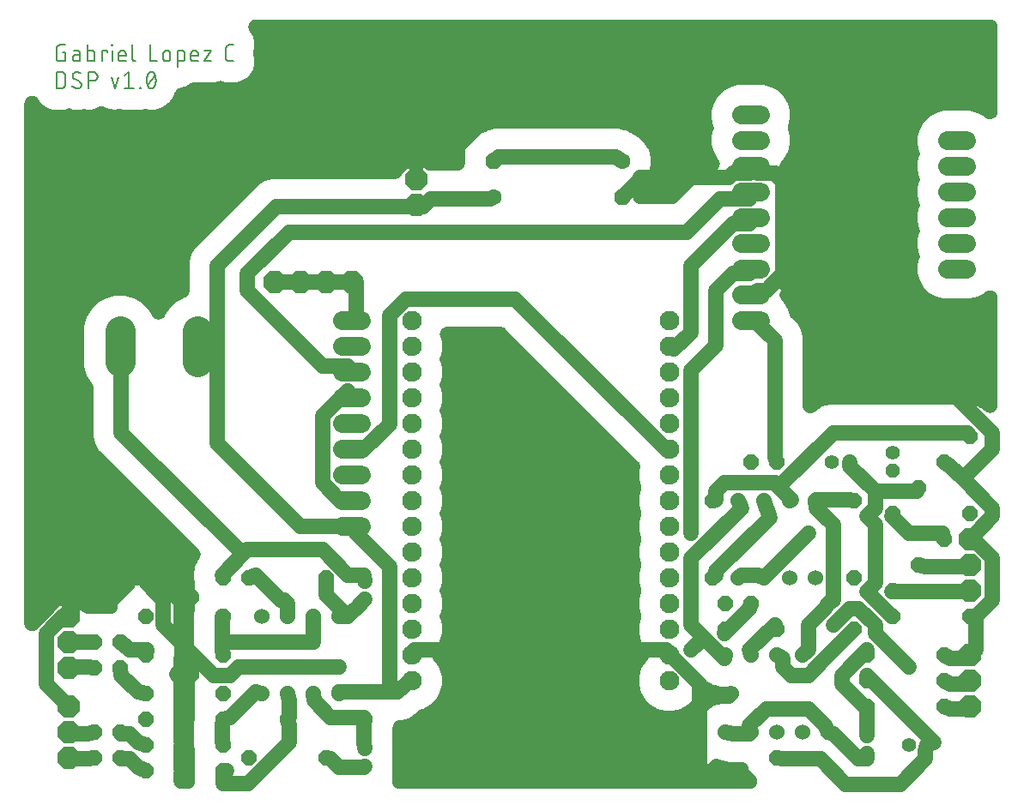
<source format=gbr>
G04 EAGLE Gerber RS-274X export*
G75*
%MOMM*%
%FSLAX34Y34*%
%LPD*%
%INTop Copper*%
%IPPOS*%
%AMOC8*
5,1,8,0,0,1.08239X$1,22.5*%
G01*
%ADD10C,0.152400*%
%ADD11C,1.930400*%
%ADD12C,1.854200*%
%ADD13C,3.000000*%
%ADD14C,1.524000*%
%ADD15P,2.336880X8X22.500000*%
%ADD16P,1.649562X8X22.500000*%
%ADD17P,1.649562X8X202.500000*%
%ADD18P,1.539592X8X292.500000*%
%ADD19C,1.422400*%
%ADD20P,1.539592X8X112.500000*%
%ADD21P,1.649562X8X292.500000*%
%ADD22P,1.539592X8X22.500000*%
%ADD23P,1.649562X8X112.500000*%
%ADD24P,1.732040X8X112.500000*%
%ADD25C,1.600200*%
%ADD26P,1.732040X8X292.500000*%
%ADD27C,1.500000*%
%ADD28C,0.906400*%

G36*
X181087Y20017D02*
X181087Y20017D01*
X181394Y20026D01*
X181473Y20037D01*
X181553Y20041D01*
X181856Y20088D01*
X182161Y20129D01*
X182239Y20148D01*
X182318Y20160D01*
X182615Y20238D01*
X182914Y20311D01*
X182990Y20338D01*
X183067Y20358D01*
X183353Y20466D01*
X183644Y20569D01*
X183716Y20604D01*
X183791Y20632D01*
X184065Y20769D01*
X184343Y20901D01*
X184412Y20943D01*
X184483Y20979D01*
X184742Y21144D01*
X185005Y21304D01*
X185068Y21352D01*
X185136Y21396D01*
X185376Y21586D01*
X185621Y21773D01*
X185680Y21827D01*
X185742Y21877D01*
X185962Y22092D01*
X186186Y22302D01*
X186238Y22363D01*
X186296Y22419D01*
X186492Y22656D01*
X186693Y22887D01*
X186739Y22953D01*
X186790Y23015D01*
X186961Y23270D01*
X187137Y23522D01*
X187176Y23592D01*
X187221Y23658D01*
X187364Y23930D01*
X187513Y24198D01*
X187545Y24272D01*
X187582Y24343D01*
X187697Y24628D01*
X187818Y24910D01*
X187842Y24987D01*
X187872Y25061D01*
X187956Y25356D01*
X188047Y25650D01*
X188063Y25728D01*
X188085Y25805D01*
X188139Y26107D01*
X188199Y26409D01*
X188204Y26473D01*
X188221Y26568D01*
X188278Y27340D01*
X188275Y27436D01*
X188279Y27500D01*
X188279Y56748D01*
X188271Y56914D01*
X188272Y57081D01*
X188251Y57301D01*
X188239Y57522D01*
X188214Y57686D01*
X188198Y57851D01*
X188154Y58068D01*
X188120Y58287D01*
X187861Y60192D01*
X187717Y60953D01*
X187687Y61055D01*
X187674Y61124D01*
X187311Y62475D01*
X187311Y63729D01*
X187271Y64502D01*
X187249Y64647D01*
X187243Y64738D01*
X187074Y65980D01*
X187251Y67369D01*
X187309Y68141D01*
X187306Y68248D01*
X187311Y68317D01*
X187311Y81040D01*
X187283Y81588D01*
X187281Y81715D01*
X187097Y83747D01*
X187201Y84349D01*
X187213Y84444D01*
X187231Y84538D01*
X187243Y84697D01*
X187294Y85118D01*
X187300Y85471D01*
X187311Y85629D01*
X187311Y86241D01*
X187839Y88211D01*
X187954Y88748D01*
X187985Y88872D01*
X188169Y89937D01*
X188181Y90032D01*
X188199Y90126D01*
X188211Y90284D01*
X188262Y90705D01*
X188268Y91058D01*
X188279Y91217D01*
X188279Y125741D01*
X190586Y128047D01*
X190792Y128276D01*
X191002Y128499D01*
X191050Y128563D01*
X191104Y128622D01*
X191285Y128871D01*
X191472Y129115D01*
X191513Y129183D01*
X191561Y129248D01*
X191715Y129513D01*
X191875Y129775D01*
X191910Y129848D01*
X191950Y129917D01*
X192077Y130197D01*
X192209Y130474D01*
X192236Y130550D01*
X192269Y130623D01*
X192365Y130914D01*
X192468Y131204D01*
X192487Y131282D01*
X192513Y131358D01*
X192579Y131657D01*
X192651Y131956D01*
X192662Y132036D01*
X192679Y132114D01*
X192714Y132419D01*
X192756Y132723D01*
X192758Y132803D01*
X192768Y132883D01*
X192771Y133190D01*
X192781Y133497D01*
X192775Y133577D01*
X192776Y133657D01*
X192747Y133963D01*
X192726Y134269D01*
X192712Y134348D01*
X192704Y134428D01*
X192644Y134729D01*
X192591Y135032D01*
X192569Y135109D01*
X192553Y135188D01*
X192463Y135481D01*
X192379Y135777D01*
X192349Y135851D01*
X192325Y135927D01*
X192205Y136209D01*
X192091Y136495D01*
X192053Y136566D01*
X192022Y136640D01*
X191873Y136909D01*
X191730Y137180D01*
X191686Y137247D01*
X191647Y137317D01*
X191471Y137569D01*
X191301Y137825D01*
X191259Y137873D01*
X191204Y137952D01*
X190698Y138538D01*
X190627Y138605D01*
X190586Y138653D01*
X188279Y140959D01*
X188279Y148758D01*
X188277Y148805D01*
X188279Y148851D01*
X188257Y149191D01*
X188239Y149531D01*
X188232Y149577D01*
X188229Y149624D01*
X188205Y149748D01*
X188120Y150296D01*
X188051Y150557D01*
X188024Y150699D01*
X187285Y153454D01*
X187283Y153530D01*
X187275Y153578D01*
X187271Y153649D01*
X187216Y154007D01*
X187308Y157263D01*
X187305Y157393D01*
X187311Y157476D01*
X187311Y187412D01*
X187311Y187424D01*
X187311Y187435D01*
X187308Y187483D01*
X187271Y188186D01*
X187238Y188401D01*
X187228Y188526D01*
X187079Y189522D01*
X187264Y191157D01*
X187311Y191930D01*
X187309Y191972D01*
X187311Y192001D01*
X187311Y193647D01*
X187572Y194619D01*
X187574Y194631D01*
X187578Y194642D01*
X187586Y194687D01*
X187733Y195377D01*
X187757Y195593D01*
X187780Y195717D01*
X187903Y196805D01*
X187908Y196822D01*
X188005Y197111D01*
X188023Y197192D01*
X188047Y197270D01*
X188107Y197570D01*
X188174Y197867D01*
X188183Y197949D01*
X188199Y198030D01*
X188211Y198184D01*
X188264Y198636D01*
X188268Y198965D01*
X188279Y199121D01*
X188279Y201941D01*
X190586Y204247D01*
X190792Y204476D01*
X191002Y204699D01*
X191050Y204763D01*
X191104Y204822D01*
X191285Y205071D01*
X191472Y205315D01*
X191513Y205383D01*
X191561Y205448D01*
X191715Y205713D01*
X191875Y205975D01*
X191910Y206048D01*
X191950Y206117D01*
X192077Y206397D01*
X192209Y206674D01*
X192236Y206750D01*
X192269Y206823D01*
X192365Y207114D01*
X192468Y207404D01*
X192487Y207482D01*
X192513Y207558D01*
X192579Y207857D01*
X192651Y208156D01*
X192662Y208236D01*
X192679Y208314D01*
X192714Y208619D01*
X192756Y208923D01*
X192758Y209003D01*
X192768Y209083D01*
X192771Y209390D01*
X192781Y209697D01*
X192775Y209777D01*
X192776Y209857D01*
X192747Y210163D01*
X192726Y210469D01*
X192712Y210548D01*
X192704Y210628D01*
X192644Y210929D01*
X192591Y211232D01*
X192569Y211309D01*
X192553Y211388D01*
X192463Y211681D01*
X192379Y211977D01*
X192349Y212051D01*
X192325Y212127D01*
X192205Y212409D01*
X192091Y212695D01*
X192053Y212766D01*
X192022Y212840D01*
X191873Y213109D01*
X191730Y213380D01*
X191686Y213447D01*
X191647Y213517D01*
X191471Y213769D01*
X191301Y214025D01*
X191259Y214073D01*
X191204Y214152D01*
X190698Y214738D01*
X190627Y214805D01*
X190586Y214853D01*
X188279Y217159D01*
X188279Y222198D01*
X188274Y222295D01*
X188277Y222392D01*
X188254Y222681D01*
X188239Y222971D01*
X188224Y223067D01*
X188217Y223164D01*
X188165Y223449D01*
X188120Y223736D01*
X188095Y223830D01*
X188078Y223926D01*
X188030Y224077D01*
X187929Y224458D01*
X187795Y225601D01*
X187794Y225608D01*
X187665Y226371D01*
X187612Y226561D01*
X187590Y226676D01*
X187311Y227716D01*
X187311Y229292D01*
X187271Y230065D01*
X187262Y230124D01*
X187260Y230165D01*
X187077Y231730D01*
X187232Y232795D01*
X187305Y233566D01*
X187303Y233764D01*
X187311Y233880D01*
X187311Y234957D01*
X187719Y236479D01*
X187881Y237236D01*
X187887Y237296D01*
X187896Y237336D01*
X188200Y239420D01*
X188273Y240190D01*
X188272Y240218D01*
X188293Y240251D01*
X188372Y240359D01*
X188500Y240578D01*
X188635Y240793D01*
X188694Y240913D01*
X188762Y241028D01*
X188866Y241260D01*
X188979Y241487D01*
X189012Y241583D01*
X189080Y241734D01*
X189107Y241815D01*
X189973Y243316D01*
X190325Y244005D01*
X190347Y244061D01*
X190366Y244097D01*
X190990Y245545D01*
X191657Y246390D01*
X192105Y247021D01*
X192202Y247193D01*
X192268Y247289D01*
X192688Y248017D01*
X192733Y248107D01*
X192786Y248192D01*
X192910Y248452D01*
X193040Y248707D01*
X193076Y248801D01*
X193119Y248891D01*
X193215Y249161D01*
X193319Y249429D01*
X193345Y249526D01*
X193379Y249621D01*
X193447Y249900D01*
X193522Y250177D01*
X193538Y250275D01*
X193562Y250373D01*
X193601Y250658D01*
X193647Y250941D01*
X193653Y251041D01*
X193666Y251140D01*
X193676Y251427D01*
X193692Y251714D01*
X193688Y251814D01*
X193691Y251914D01*
X193671Y252201D01*
X193658Y252487D01*
X193643Y252586D01*
X193636Y252687D01*
X193586Y252970D01*
X193544Y253253D01*
X193519Y253350D01*
X193502Y253449D01*
X193423Y253725D01*
X193352Y254003D01*
X193317Y254097D01*
X193289Y254194D01*
X193182Y254460D01*
X193083Y254729D01*
X193039Y254819D01*
X193001Y254912D01*
X192867Y255166D01*
X192741Y255424D01*
X192687Y255509D01*
X192641Y255598D01*
X192482Y255836D01*
X192329Y256079D01*
X192267Y256159D01*
X192211Y256242D01*
X192107Y256363D01*
X191851Y256689D01*
X191601Y256949D01*
X191496Y257070D01*
X93662Y354904D01*
X90041Y361175D01*
X88167Y368169D01*
X88167Y415728D01*
X88163Y415801D01*
X88166Y415875D01*
X88143Y416188D01*
X88127Y416501D01*
X88116Y416574D01*
X88111Y416647D01*
X88056Y416956D01*
X88008Y417266D01*
X87989Y417337D01*
X87976Y417410D01*
X87890Y417712D01*
X87810Y418015D01*
X87784Y418083D01*
X87764Y418155D01*
X87647Y418447D01*
X87536Y418739D01*
X87503Y418805D01*
X87476Y418873D01*
X87330Y419151D01*
X87189Y419431D01*
X87149Y419493D01*
X87115Y419558D01*
X86941Y419819D01*
X86772Y420084D01*
X86727Y420142D01*
X86686Y420203D01*
X86588Y420316D01*
X86337Y420632D01*
X81685Y428690D01*
X79299Y437592D01*
X79299Y476808D01*
X81685Y485710D01*
X86292Y493691D01*
X92809Y500208D01*
X100790Y504815D01*
X109692Y507201D01*
X118908Y507201D01*
X127810Y504815D01*
X135791Y500208D01*
X142308Y493691D01*
X145905Y487459D01*
X146087Y487180D01*
X146265Y486896D01*
X146298Y486854D01*
X146327Y486809D01*
X146537Y486549D01*
X146742Y486287D01*
X146779Y486248D01*
X146813Y486207D01*
X147049Y485969D01*
X147280Y485730D01*
X147321Y485695D01*
X147358Y485657D01*
X147617Y485446D01*
X147872Y485231D01*
X147916Y485201D01*
X147958Y485167D01*
X148236Y484984D01*
X148513Y484796D01*
X148560Y484770D01*
X148604Y484741D01*
X148899Y484588D01*
X149195Y484429D01*
X149244Y484409D01*
X149291Y484384D01*
X149600Y484262D01*
X149911Y484135D01*
X149962Y484120D01*
X150012Y484100D01*
X150332Y484011D01*
X150653Y483916D01*
X150706Y483906D01*
X150757Y483892D01*
X151085Y483836D01*
X151415Y483775D01*
X151468Y483770D01*
X151521Y483761D01*
X151853Y483739D01*
X152187Y483713D01*
X152240Y483714D01*
X152293Y483710D01*
X152628Y483723D01*
X152961Y483731D01*
X153013Y483737D01*
X153067Y483739D01*
X153398Y483786D01*
X153729Y483828D01*
X153781Y483840D01*
X153834Y483848D01*
X154157Y483928D01*
X154483Y484005D01*
X154533Y484022D01*
X154585Y484035D01*
X154899Y484148D01*
X155214Y484258D01*
X155263Y484280D01*
X155313Y484298D01*
X155614Y484444D01*
X155916Y484585D01*
X155962Y484612D01*
X156010Y484636D01*
X156293Y484811D01*
X156580Y484983D01*
X156623Y485015D01*
X156669Y485043D01*
X156932Y485246D01*
X157200Y485447D01*
X157240Y485483D01*
X157282Y485516D01*
X157523Y485746D01*
X157769Y485973D01*
X157804Y486013D01*
X157843Y486050D01*
X158060Y486304D01*
X158280Y486554D01*
X158304Y486590D01*
X158346Y486638D01*
X158785Y487276D01*
X158848Y487390D01*
X158895Y487459D01*
X162492Y493691D01*
X169009Y500208D01*
X176990Y504815D01*
X177315Y504902D01*
X177410Y504933D01*
X177508Y504957D01*
X177779Y505053D01*
X178051Y505141D01*
X178143Y505182D01*
X178238Y505215D01*
X178497Y505339D01*
X178759Y505455D01*
X178847Y505504D01*
X178937Y505548D01*
X179182Y505697D01*
X179431Y505839D01*
X179513Y505898D01*
X179599Y505950D01*
X179827Y506124D01*
X180060Y506291D01*
X180135Y506358D01*
X180215Y506419D01*
X180425Y506615D01*
X180639Y506806D01*
X180706Y506880D01*
X180780Y506948D01*
X180968Y507165D01*
X181161Y507377D01*
X181221Y507458D01*
X181287Y507534D01*
X181451Y507768D01*
X181622Y507999D01*
X181674Y508086D01*
X181731Y508168D01*
X181871Y508419D01*
X182017Y508666D01*
X182058Y508757D01*
X182107Y508845D01*
X182220Y509109D01*
X182340Y509369D01*
X182372Y509464D01*
X182412Y509556D01*
X182497Y509830D01*
X182589Y510102D01*
X182612Y510200D01*
X182641Y510296D01*
X182698Y510577D01*
X182762Y510857D01*
X182774Y510957D01*
X182793Y511055D01*
X182805Y511215D01*
X182855Y511626D01*
X182862Y511987D01*
X182873Y512146D01*
X182873Y540651D01*
X184747Y547645D01*
X188368Y553916D01*
X194186Y559734D01*
X251322Y616870D01*
X257593Y620491D01*
X264587Y622365D01*
X385207Y622365D01*
X385280Y622369D01*
X385354Y622366D01*
X385667Y622389D01*
X385980Y622405D01*
X386053Y622416D01*
X386126Y622421D01*
X386435Y622476D01*
X386745Y622524D01*
X386816Y622543D01*
X386889Y622556D01*
X387191Y622642D01*
X387494Y622722D01*
X387562Y622748D01*
X387633Y622768D01*
X387925Y622885D01*
X388218Y622996D01*
X388284Y623029D01*
X388352Y623056D01*
X388630Y623202D01*
X388910Y623343D01*
X388972Y623383D01*
X389037Y623417D01*
X389298Y623591D01*
X389563Y623760D01*
X389620Y623805D01*
X389682Y623846D01*
X389795Y623944D01*
X390169Y624241D01*
X390393Y624461D01*
X390509Y624561D01*
X390868Y624920D01*
X390917Y624974D01*
X390971Y625025D01*
X391176Y625262D01*
X391386Y625495D01*
X391430Y625554D01*
X391478Y625610D01*
X391658Y625866D01*
X391843Y626120D01*
X391880Y626184D01*
X391922Y626244D01*
X392074Y626518D01*
X392232Y626789D01*
X392263Y626856D01*
X392298Y626921D01*
X392401Y627161D01*
X399034Y633793D01*
X399048Y633736D01*
X399060Y633657D01*
X399138Y633360D01*
X399211Y633061D01*
X399237Y632985D01*
X399258Y632908D01*
X399366Y632622D01*
X399469Y632331D01*
X399503Y632259D01*
X399532Y632184D01*
X399669Y631910D01*
X399801Y631632D01*
X399843Y631563D01*
X399879Y631492D01*
X400044Y631233D01*
X400204Y630970D01*
X400252Y630907D01*
X400295Y630839D01*
X400486Y630599D01*
X400672Y630354D01*
X400727Y630295D01*
X400777Y630233D01*
X400992Y630013D01*
X401202Y629789D01*
X401263Y629737D01*
X401319Y629679D01*
X401555Y629483D01*
X401787Y629282D01*
X401853Y629236D01*
X401915Y629185D01*
X402170Y629014D01*
X402421Y628838D01*
X402492Y628799D01*
X402558Y628754D01*
X402830Y628611D01*
X403098Y628462D01*
X403172Y628430D01*
X403243Y628393D01*
X403528Y628278D01*
X403810Y628157D01*
X403887Y628133D01*
X403961Y628103D01*
X404256Y628019D01*
X404550Y627928D01*
X404628Y627912D01*
X404705Y627890D01*
X405007Y627836D01*
X405309Y627776D01*
X405372Y627771D01*
X405467Y627754D01*
X406240Y627697D01*
X406336Y627700D01*
X406400Y627696D01*
X406707Y627712D01*
X407014Y627721D01*
X407093Y627732D01*
X407173Y627736D01*
X407477Y627783D01*
X407781Y627824D01*
X407859Y627843D01*
X407938Y627855D01*
X408235Y627933D01*
X408534Y628006D01*
X408610Y628033D01*
X408687Y628053D01*
X408973Y628161D01*
X409264Y628264D01*
X409337Y628299D01*
X409411Y628327D01*
X409686Y628464D01*
X409963Y628596D01*
X410032Y628638D01*
X410103Y628674D01*
X410362Y628839D01*
X410625Y628999D01*
X410689Y629047D01*
X410756Y629091D01*
X410996Y629281D01*
X411241Y629468D01*
X411300Y629522D01*
X411362Y629572D01*
X411582Y629787D01*
X411806Y629997D01*
X411858Y630058D01*
X411916Y630114D01*
X412112Y630351D01*
X412313Y630582D01*
X412359Y630648D01*
X412410Y630710D01*
X412581Y630965D01*
X412757Y631217D01*
X412796Y631287D01*
X412841Y631353D01*
X412984Y631625D01*
X413133Y631893D01*
X413165Y631967D01*
X413202Y632038D01*
X413317Y632323D01*
X413438Y632605D01*
X413462Y632682D01*
X413492Y632756D01*
X413576Y633051D01*
X413668Y633345D01*
X413683Y633423D01*
X413705Y633500D01*
X413759Y633801D01*
X414736Y632823D01*
X414791Y632774D01*
X414841Y632720D01*
X415078Y632515D01*
X415311Y632305D01*
X415371Y632261D01*
X415426Y632213D01*
X415684Y632033D01*
X415937Y631848D01*
X416000Y631811D01*
X416061Y631769D01*
X416335Y631617D01*
X416606Y631459D01*
X416673Y631428D01*
X416737Y631393D01*
X417026Y631269D01*
X417312Y631140D01*
X417381Y631117D01*
X417449Y631088D01*
X417749Y630995D01*
X418047Y630896D01*
X418119Y630880D01*
X418189Y630859D01*
X418496Y630797D01*
X418803Y630729D01*
X418876Y630721D01*
X418948Y630707D01*
X419098Y630696D01*
X419572Y630641D01*
X419886Y630638D01*
X420039Y630627D01*
X447099Y630627D01*
X447406Y630643D01*
X447713Y630652D01*
X447792Y630663D01*
X447872Y630667D01*
X448175Y630714D01*
X448480Y630755D01*
X448558Y630774D01*
X448637Y630786D01*
X448934Y630864D01*
X449233Y630937D01*
X449309Y630964D01*
X449386Y630984D01*
X449672Y631092D01*
X449963Y631195D01*
X450035Y631230D01*
X450110Y631258D01*
X450384Y631395D01*
X450662Y631527D01*
X450731Y631569D01*
X450802Y631605D01*
X451061Y631770D01*
X451324Y631930D01*
X451387Y631978D01*
X451455Y632022D01*
X451695Y632212D01*
X451940Y632399D01*
X451999Y632453D01*
X452061Y632503D01*
X452281Y632718D01*
X452505Y632928D01*
X452557Y632989D01*
X452615Y633045D01*
X452811Y633282D01*
X453012Y633513D01*
X453058Y633579D01*
X453109Y633641D01*
X453280Y633896D01*
X453456Y634148D01*
X453495Y634218D01*
X453540Y634284D01*
X453683Y634556D01*
X453832Y634824D01*
X453864Y634898D01*
X453901Y634969D01*
X454016Y635254D01*
X454137Y635536D01*
X454161Y635613D01*
X454191Y635687D01*
X454275Y635982D01*
X454366Y636276D01*
X454382Y636354D01*
X454404Y636431D01*
X454458Y636733D01*
X454518Y637035D01*
X454523Y637099D01*
X454540Y637194D01*
X454597Y637966D01*
X454594Y638062D01*
X454598Y638126D01*
X454598Y651679D01*
X471001Y668082D01*
X471403Y668082D01*
X471656Y668095D01*
X471910Y668099D01*
X472043Y668115D01*
X472176Y668122D01*
X472427Y668161D01*
X472679Y668191D01*
X472809Y668221D01*
X472941Y668241D01*
X473187Y668306D01*
X473434Y668362D01*
X473560Y668405D01*
X473690Y668439D01*
X473927Y668529D01*
X474168Y668610D01*
X474259Y668654D01*
X474414Y668713D01*
X475106Y669060D01*
X475133Y669077D01*
X475152Y669086D01*
X476848Y670065D01*
X477041Y670128D01*
X477263Y670190D01*
X477371Y670235D01*
X477559Y670296D01*
X478249Y670601D01*
X480864Y671151D01*
X481121Y671220D01*
X481260Y671246D01*
X483843Y671938D01*
X484046Y671949D01*
X484276Y671951D01*
X484391Y671966D01*
X484589Y671977D01*
X485335Y672093D01*
X488003Y671948D01*
X488269Y671947D01*
X488411Y671937D01*
X599736Y671937D01*
X599912Y671946D01*
X600089Y671945D01*
X600233Y671962D01*
X600509Y671977D01*
X601046Y672061D01*
X601175Y672076D01*
X601401Y672120D01*
X603814Y671954D01*
X604169Y671948D01*
X604328Y671937D01*
X606747Y671937D01*
X606969Y671877D01*
X607142Y671840D01*
X607312Y671794D01*
X607456Y671773D01*
X607726Y671716D01*
X608266Y671658D01*
X608395Y671639D01*
X608625Y671623D01*
X610913Y670839D01*
X611254Y670741D01*
X611405Y670689D01*
X613741Y670063D01*
X613940Y669948D01*
X614098Y669867D01*
X614250Y669778D01*
X614384Y669721D01*
X614630Y669596D01*
X615137Y669400D01*
X615257Y669349D01*
X615474Y669274D01*
X617481Y667924D01*
X617786Y667741D01*
X617918Y667651D01*
X620434Y666198D01*
X620608Y666071D01*
X620842Y665935D01*
X620961Y665854D01*
X626793Y662487D01*
X632007Y657273D01*
X635693Y650888D01*
X637602Y643767D01*
X637602Y636393D01*
X635693Y629272D01*
X632007Y622887D01*
X626793Y617673D01*
X623891Y615998D01*
X623656Y615845D01*
X623416Y615699D01*
X623331Y615634D01*
X623242Y615576D01*
X623023Y615400D01*
X622800Y615230D01*
X622722Y615157D01*
X622639Y615090D01*
X622440Y614893D01*
X622235Y614701D01*
X622165Y614620D01*
X622089Y614545D01*
X621912Y614328D01*
X621728Y614116D01*
X621667Y614028D01*
X621599Y613945D01*
X621445Y613711D01*
X621284Y613481D01*
X621232Y613388D01*
X621173Y613299D01*
X621044Y613050D01*
X620908Y612805D01*
X620866Y612706D01*
X620816Y612612D01*
X620714Y612351D01*
X620603Y612093D01*
X620571Y611991D01*
X620532Y611891D01*
X620457Y611621D01*
X620374Y611353D01*
X620353Y611248D01*
X620324Y611146D01*
X620277Y610869D01*
X620222Y610594D01*
X620215Y610511D01*
X620193Y610382D01*
X620142Y609610D01*
X620145Y609546D01*
X620142Y609503D01*
X620142Y605078D01*
X620158Y604771D01*
X620167Y604464D01*
X620178Y604385D01*
X620182Y604305D01*
X620229Y604002D01*
X620270Y603697D01*
X620289Y603619D01*
X620301Y603540D01*
X620379Y603243D01*
X620452Y602944D01*
X620479Y602868D01*
X620499Y602791D01*
X620607Y602505D01*
X620710Y602214D01*
X620745Y602142D01*
X620773Y602067D01*
X620911Y601792D01*
X621042Y601515D01*
X621084Y601446D01*
X621120Y601375D01*
X621285Y601116D01*
X621445Y600853D01*
X621493Y600790D01*
X621537Y600722D01*
X621727Y600482D01*
X621914Y600237D01*
X621968Y600178D01*
X622018Y600116D01*
X622233Y599896D01*
X622443Y599672D01*
X622504Y599620D01*
X622560Y599562D01*
X622797Y599366D01*
X623028Y599165D01*
X623094Y599119D01*
X623156Y599068D01*
X623411Y598897D01*
X623663Y598721D01*
X623733Y598682D01*
X623799Y598637D01*
X624071Y598494D01*
X624339Y598345D01*
X624413Y598313D01*
X624484Y598276D01*
X624769Y598161D01*
X625051Y598040D01*
X625128Y598016D01*
X625202Y597986D01*
X625497Y597902D01*
X625791Y597811D01*
X625869Y597795D01*
X625946Y597773D01*
X626248Y597719D01*
X626550Y597659D01*
X626614Y597654D01*
X626709Y597637D01*
X627481Y597580D01*
X627577Y597583D01*
X627641Y597579D01*
X658549Y597579D01*
X658622Y597583D01*
X658696Y597580D01*
X659009Y597603D01*
X659322Y597619D01*
X659394Y597630D01*
X659468Y597635D01*
X659777Y597690D01*
X660087Y597738D01*
X660158Y597757D01*
X660230Y597770D01*
X660533Y597856D01*
X660835Y597936D01*
X660904Y597962D01*
X660975Y597982D01*
X661267Y598099D01*
X661560Y598210D01*
X661625Y598243D01*
X661694Y598270D01*
X661972Y598416D01*
X662252Y598557D01*
X662314Y598597D01*
X662379Y598631D01*
X662640Y598805D01*
X662904Y598974D01*
X662962Y599019D01*
X663023Y599060D01*
X663137Y599158D01*
X663511Y599455D01*
X663735Y599675D01*
X663851Y599775D01*
X689208Y625132D01*
X695479Y628753D01*
X700363Y630061D01*
X700680Y630164D01*
X701000Y630263D01*
X701049Y630284D01*
X701100Y630300D01*
X701404Y630435D01*
X701712Y630566D01*
X701759Y630592D01*
X701808Y630613D01*
X702097Y630779D01*
X702390Y630941D01*
X702433Y630972D01*
X702480Y630998D01*
X702749Y631192D01*
X703025Y631384D01*
X703065Y631419D01*
X703108Y631450D01*
X703357Y631671D01*
X703611Y631890D01*
X703647Y631929D01*
X703687Y631965D01*
X703912Y632211D01*
X704141Y632454D01*
X704174Y632497D01*
X704210Y632536D01*
X704408Y632804D01*
X704611Y633070D01*
X704639Y633115D01*
X704670Y633158D01*
X704841Y633446D01*
X705015Y633730D01*
X705037Y633778D01*
X705065Y633824D01*
X705205Y634129D01*
X705348Y634429D01*
X705366Y634479D01*
X705388Y634528D01*
X705496Y634844D01*
X705608Y635159D01*
X705620Y635211D01*
X705637Y635261D01*
X705712Y635587D01*
X705791Y635911D01*
X705798Y635964D01*
X705810Y636016D01*
X705850Y636348D01*
X705895Y636678D01*
X705897Y636732D01*
X705903Y636785D01*
X705909Y637119D01*
X705920Y637452D01*
X705916Y637505D01*
X705917Y637559D01*
X705888Y637892D01*
X705865Y638225D01*
X705855Y638277D01*
X705851Y638330D01*
X705788Y638658D01*
X705730Y638987D01*
X705716Y639039D01*
X705706Y639091D01*
X705609Y639410D01*
X705518Y639732D01*
X705498Y639781D01*
X705483Y639832D01*
X705354Y640140D01*
X705230Y640450D01*
X705205Y640498D01*
X705184Y640547D01*
X705025Y640840D01*
X704869Y641136D01*
X704840Y641180D01*
X704814Y641227D01*
X704625Y641503D01*
X704440Y641780D01*
X704412Y641812D01*
X704376Y641865D01*
X703923Y642396D01*
X700052Y649102D01*
X698057Y656546D01*
X698057Y664254D01*
X699908Y671159D01*
X699961Y671407D01*
X700022Y671654D01*
X700041Y671786D01*
X700069Y671916D01*
X700096Y672168D01*
X700132Y672420D01*
X700137Y672554D01*
X700152Y672686D01*
X700153Y672940D01*
X700162Y673194D01*
X700154Y673327D01*
X700154Y673460D01*
X700129Y673713D01*
X700113Y673966D01*
X700094Y674066D01*
X700077Y674231D01*
X699921Y674989D01*
X699912Y675019D01*
X699908Y675041D01*
X698057Y681946D01*
X698057Y689654D01*
X700052Y697098D01*
X703906Y703773D01*
X709356Y709223D01*
X716031Y713077D01*
X723475Y715072D01*
X749725Y715072D01*
X757169Y713077D01*
X763844Y709223D01*
X769294Y703773D01*
X773148Y697098D01*
X775143Y689654D01*
X775143Y681946D01*
X773292Y675041D01*
X773239Y674793D01*
X773178Y674546D01*
X773159Y674414D01*
X773131Y674284D01*
X773104Y674031D01*
X773068Y673780D01*
X773063Y673646D01*
X773048Y673514D01*
X773047Y673260D01*
X773038Y673006D01*
X773046Y672873D01*
X773046Y672739D01*
X773071Y672487D01*
X773087Y672234D01*
X773106Y672134D01*
X773123Y671969D01*
X773279Y671211D01*
X773288Y671181D01*
X773292Y671159D01*
X775143Y664254D01*
X775143Y656546D01*
X773148Y649102D01*
X769294Y642427D01*
X767170Y640303D01*
X766964Y640074D01*
X766754Y639851D01*
X766705Y639787D01*
X766652Y639728D01*
X766471Y639480D01*
X766284Y639235D01*
X766243Y639167D01*
X766195Y639102D01*
X766041Y638837D01*
X765881Y638575D01*
X765846Y638502D01*
X765806Y638433D01*
X765680Y638153D01*
X765547Y637876D01*
X765520Y637800D01*
X765487Y637727D01*
X765390Y637436D01*
X765287Y637146D01*
X765269Y637069D01*
X765243Y636993D01*
X765177Y636693D01*
X765104Y636394D01*
X765094Y636315D01*
X765076Y636236D01*
X765041Y635931D01*
X765000Y635627D01*
X764997Y635547D01*
X764988Y635467D01*
X764985Y635159D01*
X764975Y634853D01*
X764981Y634773D01*
X764980Y634693D01*
X765008Y634387D01*
X765030Y634081D01*
X765044Y634001D01*
X765052Y633922D01*
X765111Y633621D01*
X765165Y633318D01*
X765187Y633241D01*
X765202Y633162D01*
X765293Y632869D01*
X765377Y632573D01*
X765407Y632499D01*
X765431Y632423D01*
X765551Y632140D01*
X765665Y631855D01*
X765703Y631784D01*
X765734Y631710D01*
X765883Y631440D01*
X766026Y631170D01*
X766070Y631103D01*
X766109Y631033D01*
X766285Y630780D01*
X766455Y630525D01*
X766497Y630477D01*
X766552Y630398D01*
X766774Y630140D01*
X766806Y630098D01*
X766862Y630039D01*
X767058Y629812D01*
X767129Y629745D01*
X767170Y629697D01*
X769294Y627573D01*
X773148Y620898D01*
X775143Y613454D01*
X775143Y605746D01*
X773292Y598841D01*
X773239Y598593D01*
X773178Y598346D01*
X773159Y598214D01*
X773131Y598084D01*
X773104Y597832D01*
X773068Y597580D01*
X773063Y597446D01*
X773048Y597314D01*
X773047Y597060D01*
X773038Y596806D01*
X773046Y596673D01*
X773046Y596540D01*
X773071Y596287D01*
X773087Y596034D01*
X773106Y595934D01*
X773123Y595769D01*
X773279Y595011D01*
X773288Y594981D01*
X773292Y594959D01*
X775143Y588054D01*
X775143Y580346D01*
X773292Y573441D01*
X773239Y573193D01*
X773178Y572946D01*
X773159Y572814D01*
X773131Y572684D01*
X773104Y572432D01*
X773068Y572180D01*
X773063Y572046D01*
X773048Y571914D01*
X773047Y571660D01*
X773038Y571406D01*
X773046Y571273D01*
X773046Y571140D01*
X773071Y570887D01*
X773087Y570634D01*
X773106Y570534D01*
X773123Y570369D01*
X773279Y569611D01*
X773288Y569581D01*
X773292Y569559D01*
X775143Y562654D01*
X775143Y554946D01*
X773292Y548041D01*
X773239Y547793D01*
X773178Y547546D01*
X773159Y547414D01*
X773131Y547284D01*
X773104Y547032D01*
X773068Y546780D01*
X773063Y546646D01*
X773048Y546514D01*
X773047Y546260D01*
X773038Y546006D01*
X773046Y545873D01*
X773046Y545740D01*
X773071Y545487D01*
X773087Y545234D01*
X773106Y545134D01*
X773123Y544969D01*
X773279Y544211D01*
X773288Y544181D01*
X773292Y544159D01*
X775143Y537254D01*
X775143Y529546D01*
X773148Y522102D01*
X769294Y515427D01*
X767170Y513303D01*
X766964Y513074D01*
X766754Y512851D01*
X766705Y512787D01*
X766652Y512728D01*
X766471Y512480D01*
X766284Y512235D01*
X766243Y512167D01*
X766195Y512102D01*
X766041Y511837D01*
X765881Y511575D01*
X765846Y511502D01*
X765806Y511433D01*
X765680Y511153D01*
X765547Y510876D01*
X765520Y510800D01*
X765487Y510727D01*
X765390Y510436D01*
X765287Y510146D01*
X765269Y510069D01*
X765243Y509993D01*
X765177Y509693D01*
X765104Y509394D01*
X765094Y509315D01*
X765076Y509236D01*
X765041Y508931D01*
X765000Y508627D01*
X764997Y508547D01*
X764988Y508467D01*
X764985Y508160D01*
X764975Y507853D01*
X764981Y507773D01*
X764980Y507693D01*
X765008Y507387D01*
X765030Y507081D01*
X765044Y507001D01*
X765052Y506922D01*
X765111Y506621D01*
X765165Y506318D01*
X765187Y506241D01*
X765202Y506162D01*
X765293Y505869D01*
X765377Y505573D01*
X765407Y505499D01*
X765431Y505423D01*
X765551Y505140D01*
X765665Y504855D01*
X765703Y504784D01*
X765734Y504710D01*
X765883Y504441D01*
X766026Y504170D01*
X766070Y504103D01*
X766109Y504033D01*
X766285Y503780D01*
X766455Y503525D01*
X766497Y503477D01*
X766552Y503398D01*
X767058Y502812D01*
X767129Y502745D01*
X767170Y502697D01*
X769294Y500573D01*
X773148Y493899D01*
X774596Y488492D01*
X774675Y488251D01*
X774744Y488007D01*
X774794Y487882D01*
X774835Y487756D01*
X774938Y487524D01*
X775032Y487288D01*
X775095Y487170D01*
X775149Y487048D01*
X775275Y486827D01*
X775393Y486603D01*
X775467Y486492D01*
X775533Y486376D01*
X775682Y486169D01*
X775822Y485958D01*
X775889Y485882D01*
X775985Y485747D01*
X776500Y485168D01*
X776523Y485147D01*
X776537Y485130D01*
X782110Y479558D01*
X785731Y473287D01*
X787605Y466293D01*
X787605Y398453D01*
X787613Y398300D01*
X787611Y398146D01*
X787633Y397914D01*
X787645Y397680D01*
X787668Y397528D01*
X787683Y397375D01*
X787728Y397146D01*
X787764Y396915D01*
X787803Y396767D01*
X787833Y396616D01*
X787902Y396392D01*
X787962Y396167D01*
X788016Y396023D01*
X788062Y395876D01*
X788153Y395661D01*
X788236Y395442D01*
X788305Y395305D01*
X788365Y395163D01*
X788478Y394959D01*
X788583Y394750D01*
X788666Y394620D01*
X788740Y394486D01*
X788874Y394295D01*
X789000Y394097D01*
X789095Y393977D01*
X789183Y393851D01*
X789336Y393674D01*
X789481Y393491D01*
X789589Y393381D01*
X789689Y393265D01*
X789859Y393105D01*
X790023Y392938D01*
X790141Y392840D01*
X790253Y392734D01*
X790439Y392593D01*
X790619Y392443D01*
X790746Y392358D01*
X790869Y392265D01*
X791068Y392143D01*
X791262Y392013D01*
X791398Y391941D01*
X791529Y391861D01*
X791740Y391760D01*
X791947Y391651D01*
X792090Y391594D01*
X792228Y391527D01*
X792448Y391449D01*
X792665Y391362D01*
X792813Y391319D01*
X792958Y391268D01*
X793185Y391213D01*
X793409Y391148D01*
X793560Y391121D01*
X793710Y391085D01*
X793942Y391053D01*
X794172Y391012D01*
X794325Y391001D01*
X794477Y390980D01*
X794711Y390973D01*
X794944Y390956D01*
X795097Y390961D01*
X795251Y390956D01*
X795484Y390972D01*
X795718Y390979D01*
X795870Y391000D01*
X796024Y391011D01*
X796253Y391051D01*
X796485Y391082D01*
X796635Y391119D01*
X796786Y391145D01*
X797011Y391209D01*
X797238Y391264D01*
X797383Y391315D01*
X797531Y391358D01*
X797747Y391445D01*
X797968Y391523D01*
X798107Y391588D01*
X798249Y391646D01*
X798456Y391755D01*
X798667Y391855D01*
X798798Y391935D01*
X798935Y392006D01*
X799129Y392136D01*
X799329Y392257D01*
X799451Y392350D01*
X799579Y392436D01*
X799695Y392536D01*
X799945Y392726D01*
X800293Y393052D01*
X800407Y393151D01*
X801052Y393796D01*
X807323Y397417D01*
X814317Y399291D01*
X948853Y399291D01*
X949239Y399311D01*
X949399Y399311D01*
X951737Y399481D01*
X952037Y399424D01*
X952196Y399402D01*
X952354Y399371D01*
X952505Y399359D01*
X952804Y399318D01*
X953299Y399301D01*
X953445Y399291D01*
X953751Y399291D01*
X956014Y398684D01*
X956392Y398604D01*
X956547Y398562D01*
X958849Y398122D01*
X959124Y397989D01*
X959272Y397926D01*
X959416Y397855D01*
X959559Y397805D01*
X959838Y397688D01*
X960312Y397544D01*
X960450Y397496D01*
X960745Y397417D01*
X961596Y396925D01*
X961822Y396810D01*
X962044Y396687D01*
X962166Y396634D01*
X962285Y396573D01*
X962522Y396482D01*
X962755Y396382D01*
X962883Y396342D01*
X963007Y396294D01*
X963252Y396228D01*
X963495Y396153D01*
X963626Y396126D01*
X963755Y396091D01*
X963802Y396084D01*
X964025Y395875D01*
X964079Y395835D01*
X964128Y395790D01*
X964387Y395601D01*
X964642Y395407D01*
X964689Y395381D01*
X964754Y395333D01*
X965338Y394993D01*
X965598Y394768D01*
X965725Y394670D01*
X965846Y394563D01*
X965971Y394479D01*
X966210Y394293D01*
X966631Y394030D01*
X966751Y393949D01*
X967016Y393796D01*
X967197Y393615D01*
X967311Y393512D01*
X967419Y393402D01*
X967599Y393253D01*
X967772Y393096D01*
X967896Y393006D01*
X968015Y392907D01*
X968209Y392778D01*
X968398Y392640D01*
X968531Y392562D01*
X968658Y392477D01*
X968865Y392368D01*
X969067Y392250D01*
X969207Y392187D01*
X969343Y392115D01*
X969560Y392028D01*
X969773Y391932D01*
X969918Y391883D01*
X970061Y391826D01*
X970286Y391761D01*
X970507Y391688D01*
X970658Y391655D01*
X970805Y391612D01*
X971035Y391571D01*
X971264Y391521D01*
X971417Y391503D01*
X971568Y391476D01*
X971800Y391459D01*
X972033Y391433D01*
X972187Y391431D01*
X972340Y391420D01*
X972573Y391427D01*
X972807Y391424D01*
X972960Y391439D01*
X973114Y391443D01*
X973345Y391474D01*
X973578Y391496D01*
X973729Y391526D01*
X973881Y391546D01*
X974108Y391601D01*
X974338Y391647D01*
X974484Y391692D01*
X974634Y391728D01*
X974854Y391806D01*
X975077Y391875D01*
X975219Y391935D01*
X975364Y391987D01*
X975575Y392087D01*
X975790Y392178D01*
X975924Y392253D01*
X976063Y392319D01*
X976263Y392440D01*
X976467Y392553D01*
X976593Y392641D01*
X976725Y392721D01*
X976910Y392863D01*
X977102Y392996D01*
X977219Y393097D01*
X977341Y393190D01*
X977511Y393350D01*
X977688Y393503D01*
X977794Y393615D01*
X977906Y393720D01*
X978059Y393896D01*
X978219Y394066D01*
X978312Y394189D01*
X978413Y394305D01*
X978547Y394496D01*
X978689Y394682D01*
X978769Y394813D01*
X978857Y394939D01*
X978970Y395143D01*
X979092Y395343D01*
X979159Y395481D01*
X979233Y395616D01*
X979325Y395831D01*
X979426Y396041D01*
X979477Y396186D01*
X979538Y396328D01*
X979607Y396551D01*
X979686Y396771D01*
X979722Y396921D01*
X979767Y397067D01*
X979813Y397296D01*
X979869Y397523D01*
X979889Y397676D01*
X979919Y397826D01*
X979931Y397980D01*
X979973Y398290D01*
X979988Y398768D01*
X979999Y398917D01*
X979999Y504827D01*
X979991Y504981D01*
X979993Y505134D01*
X979971Y505367D01*
X979959Y505600D01*
X979936Y505752D01*
X979921Y505905D01*
X979876Y506134D01*
X979840Y506365D01*
X979801Y506514D01*
X979771Y506665D01*
X979702Y506889D01*
X979642Y507114D01*
X979588Y507257D01*
X979542Y507405D01*
X979451Y507620D01*
X979368Y507838D01*
X979299Y507976D01*
X979239Y508117D01*
X979126Y508321D01*
X979021Y508530D01*
X978938Y508660D01*
X978864Y508794D01*
X978730Y508986D01*
X978604Y509183D01*
X978509Y509303D01*
X978421Y509429D01*
X978268Y509606D01*
X978123Y509789D01*
X978015Y509899D01*
X977915Y510015D01*
X977745Y510175D01*
X977581Y510343D01*
X977463Y510441D01*
X977351Y510546D01*
X977165Y510688D01*
X976985Y510837D01*
X976858Y510922D01*
X976735Y511016D01*
X976536Y511138D01*
X976342Y511268D01*
X976206Y511339D01*
X976075Y511420D01*
X975864Y511520D01*
X975657Y511629D01*
X975514Y511687D01*
X975376Y511753D01*
X975156Y511831D01*
X974939Y511919D01*
X974791Y511961D01*
X974646Y512013D01*
X974419Y512068D01*
X974195Y512132D01*
X974043Y512159D01*
X973894Y512196D01*
X973662Y512227D01*
X973432Y512268D01*
X973279Y512279D01*
X973127Y512300D01*
X972893Y512308D01*
X972660Y512325D01*
X972507Y512320D01*
X972353Y512325D01*
X972120Y512308D01*
X971886Y512301D01*
X971734Y512281D01*
X971580Y512270D01*
X971351Y512229D01*
X971119Y512198D01*
X970969Y512162D01*
X970818Y512135D01*
X970594Y512071D01*
X970366Y512016D01*
X970221Y511965D01*
X970073Y511923D01*
X969857Y511836D01*
X969636Y511758D01*
X969497Y511692D01*
X969355Y511635D01*
X969148Y511526D01*
X968937Y511426D01*
X968805Y511346D01*
X968669Y511274D01*
X968475Y511144D01*
X968275Y511023D01*
X968153Y510930D01*
X968025Y510845D01*
X967909Y510744D01*
X967659Y510554D01*
X967311Y510228D01*
X967197Y510130D01*
X967044Y509977D01*
X960369Y506123D01*
X952925Y504128D01*
X926675Y504128D01*
X919231Y506123D01*
X912556Y509977D01*
X907106Y515427D01*
X903252Y522102D01*
X901257Y529546D01*
X901257Y537254D01*
X903108Y544159D01*
X903161Y544407D01*
X903222Y544654D01*
X903241Y544786D01*
X903269Y544916D01*
X903296Y545169D01*
X903332Y545420D01*
X903337Y545554D01*
X903352Y545686D01*
X903353Y545940D01*
X903362Y546194D01*
X903354Y546327D01*
X903354Y546461D01*
X903329Y546713D01*
X903313Y546966D01*
X903294Y547066D01*
X903277Y547231D01*
X903121Y547989D01*
X903112Y548019D01*
X903108Y548041D01*
X901257Y554946D01*
X901257Y562654D01*
X903108Y569559D01*
X903161Y569807D01*
X903222Y570054D01*
X903241Y570186D01*
X903269Y570316D01*
X903296Y570569D01*
X903332Y570820D01*
X903337Y570954D01*
X903352Y571086D01*
X903353Y571340D01*
X903362Y571594D01*
X903354Y571727D01*
X903354Y571861D01*
X903329Y572113D01*
X903313Y572366D01*
X903294Y572466D01*
X903277Y572631D01*
X903121Y573389D01*
X903112Y573419D01*
X903108Y573441D01*
X901257Y580346D01*
X901257Y588054D01*
X903108Y594959D01*
X903161Y595207D01*
X903222Y595454D01*
X903241Y595586D01*
X903269Y595716D01*
X903296Y595969D01*
X903332Y596220D01*
X903337Y596354D01*
X903352Y596486D01*
X903353Y596740D01*
X903362Y596994D01*
X903354Y597127D01*
X903354Y597261D01*
X903329Y597513D01*
X903313Y597766D01*
X903294Y597866D01*
X903277Y598031D01*
X903121Y598789D01*
X903112Y598819D01*
X903108Y598841D01*
X901257Y605746D01*
X901257Y613454D01*
X903108Y620359D01*
X903161Y620607D01*
X903222Y620854D01*
X903241Y620986D01*
X903269Y621116D01*
X903296Y621369D01*
X903332Y621620D01*
X903337Y621754D01*
X903352Y621886D01*
X903353Y622140D01*
X903362Y622394D01*
X903354Y622527D01*
X903354Y622661D01*
X903329Y622913D01*
X903313Y623166D01*
X903294Y623266D01*
X903277Y623431D01*
X903121Y624189D01*
X903112Y624219D01*
X903108Y624241D01*
X901257Y631146D01*
X901257Y638854D01*
X903108Y645759D01*
X903161Y646007D01*
X903222Y646254D01*
X903241Y646386D01*
X903269Y646516D01*
X903296Y646769D01*
X903332Y647020D01*
X903337Y647154D01*
X903352Y647286D01*
X903353Y647540D01*
X903362Y647794D01*
X903354Y647927D01*
X903354Y648061D01*
X903329Y648313D01*
X903313Y648566D01*
X903294Y648666D01*
X903277Y648831D01*
X903121Y649589D01*
X903112Y649619D01*
X903108Y649641D01*
X901257Y656546D01*
X901257Y664254D01*
X903252Y671698D01*
X907106Y678373D01*
X912556Y683823D01*
X919231Y687677D01*
X926675Y689672D01*
X952925Y689672D01*
X960369Y687677D01*
X967044Y683823D01*
X967197Y683670D01*
X967311Y683567D01*
X967419Y683457D01*
X967599Y683308D01*
X967772Y683152D01*
X967896Y683061D01*
X968015Y682963D01*
X968209Y682833D01*
X968398Y682695D01*
X968530Y682618D01*
X968658Y682532D01*
X968865Y682423D01*
X969067Y682306D01*
X969207Y682243D01*
X969343Y682171D01*
X969560Y682083D01*
X969773Y681987D01*
X969918Y681939D01*
X970061Y681881D01*
X970286Y681817D01*
X970507Y681743D01*
X970658Y681710D01*
X970805Y681668D01*
X971035Y681627D01*
X971264Y681576D01*
X971416Y681559D01*
X971568Y681532D01*
X971801Y681515D01*
X972033Y681488D01*
X972187Y681487D01*
X972340Y681475D01*
X972573Y681483D01*
X972807Y681480D01*
X972960Y681494D01*
X973114Y681499D01*
X973345Y681530D01*
X973578Y681552D01*
X973729Y681582D01*
X973881Y681602D01*
X974108Y681657D01*
X974338Y681702D01*
X974484Y681748D01*
X974634Y681784D01*
X974854Y681862D01*
X975077Y681931D01*
X975219Y681991D01*
X975364Y682042D01*
X975575Y682142D01*
X975790Y682234D01*
X975924Y682308D01*
X976063Y682374D01*
X976263Y682496D01*
X976467Y682609D01*
X976593Y682697D01*
X976725Y682777D01*
X976910Y682918D01*
X977102Y683052D01*
X977219Y683153D01*
X977341Y683246D01*
X977511Y683405D01*
X977688Y683558D01*
X977794Y683670D01*
X977906Y683775D01*
X978059Y683952D01*
X978219Y684122D01*
X978312Y684244D01*
X978413Y684360D01*
X978547Y684552D01*
X978689Y684737D01*
X978769Y684869D01*
X978857Y684995D01*
X978970Y685199D01*
X979092Y685398D01*
X979159Y685537D01*
X979233Y685671D01*
X979325Y685887D01*
X979426Y686097D01*
X979477Y686242D01*
X979538Y686383D01*
X979607Y686606D01*
X979686Y686826D01*
X979722Y686976D01*
X979767Y687123D01*
X979813Y687351D01*
X979869Y687579D01*
X979889Y687731D01*
X979919Y687882D01*
X979931Y688035D01*
X979973Y688346D01*
X979988Y688823D01*
X979999Y688973D01*
X979999Y772500D01*
X979983Y772807D01*
X979974Y773114D01*
X979963Y773193D01*
X979959Y773273D01*
X979912Y773576D01*
X979871Y773881D01*
X979852Y773959D01*
X979840Y774038D01*
X979762Y774335D01*
X979689Y774634D01*
X979662Y774710D01*
X979642Y774787D01*
X979534Y775073D01*
X979431Y775364D01*
X979396Y775436D01*
X979368Y775511D01*
X979231Y775785D01*
X979099Y776063D01*
X979057Y776132D01*
X979021Y776203D01*
X978856Y776462D01*
X978696Y776725D01*
X978648Y776788D01*
X978604Y776856D01*
X978414Y777096D01*
X978227Y777341D01*
X978173Y777400D01*
X978123Y777462D01*
X977908Y777682D01*
X977698Y777906D01*
X977637Y777958D01*
X977581Y778016D01*
X977344Y778212D01*
X977113Y778413D01*
X977047Y778459D01*
X976985Y778510D01*
X976730Y778681D01*
X976478Y778857D01*
X976408Y778896D01*
X976342Y778941D01*
X976070Y779084D01*
X975802Y779233D01*
X975728Y779265D01*
X975657Y779302D01*
X975372Y779417D01*
X975090Y779538D01*
X975013Y779562D01*
X974939Y779592D01*
X974644Y779676D01*
X974350Y779767D01*
X974272Y779783D01*
X974195Y779805D01*
X973893Y779859D01*
X973591Y779919D01*
X973527Y779924D01*
X973432Y779941D01*
X972660Y779998D01*
X972564Y779995D01*
X972500Y779999D01*
X248358Y779999D01*
X248204Y779991D01*
X248050Y779993D01*
X247818Y779971D01*
X247585Y779959D01*
X247432Y779936D01*
X247279Y779921D01*
X247050Y779876D01*
X246820Y779840D01*
X246671Y779800D01*
X246520Y779771D01*
X246297Y779702D01*
X246071Y779642D01*
X245927Y779588D01*
X245780Y779542D01*
X245565Y779451D01*
X245347Y779368D01*
X245209Y779299D01*
X245067Y779239D01*
X244863Y779126D01*
X244654Y779021D01*
X244525Y778938D01*
X244390Y778864D01*
X244199Y778730D01*
X244002Y778604D01*
X243881Y778509D01*
X243755Y778421D01*
X243578Y778268D01*
X243396Y778123D01*
X243286Y778015D01*
X243169Y777914D01*
X243009Y777745D01*
X242842Y777581D01*
X242744Y777463D01*
X242638Y777351D01*
X242497Y777165D01*
X242348Y776985D01*
X242262Y776857D01*
X242169Y776735D01*
X242047Y776536D01*
X241917Y776342D01*
X241846Y776206D01*
X241765Y776074D01*
X241664Y775863D01*
X241555Y775657D01*
X241498Y775514D01*
X241432Y775375D01*
X241353Y775155D01*
X241266Y774939D01*
X241224Y774791D01*
X241172Y774646D01*
X241117Y774419D01*
X241053Y774195D01*
X241026Y774043D01*
X240989Y773894D01*
X240958Y773662D01*
X240917Y773432D01*
X240906Y773279D01*
X240885Y773126D01*
X240877Y772892D01*
X240860Y772660D01*
X240865Y772507D01*
X240860Y772352D01*
X240877Y772119D01*
X240884Y771886D01*
X240904Y771734D01*
X240915Y771580D01*
X240956Y771350D01*
X240987Y771119D01*
X241023Y770969D01*
X241050Y770818D01*
X241114Y770593D01*
X241169Y770366D01*
X241220Y770221D01*
X241262Y770073D01*
X241349Y769857D01*
X241427Y769636D01*
X241493Y769497D01*
X241550Y769354D01*
X241659Y769148D01*
X241759Y768937D01*
X241839Y768805D01*
X241911Y768669D01*
X242040Y768475D01*
X242162Y768275D01*
X242255Y768153D01*
X242340Y768025D01*
X242441Y767908D01*
X242516Y767810D01*
X245349Y762902D01*
X246764Y757621D01*
X246764Y752155D01*
X245839Y748701D01*
X245786Y748453D01*
X245724Y748206D01*
X245705Y748074D01*
X245677Y747944D01*
X245650Y747691D01*
X245614Y747440D01*
X245609Y747307D01*
X245595Y747174D01*
X245594Y746920D01*
X245584Y746666D01*
X245592Y746533D01*
X245592Y746399D01*
X245617Y746147D01*
X245633Y745894D01*
X245652Y745794D01*
X245669Y745629D01*
X245825Y744871D01*
X245835Y744840D01*
X245839Y744819D01*
X246764Y741365D01*
X246764Y735899D01*
X245349Y730618D01*
X242616Y725883D01*
X238750Y722018D01*
X234016Y719284D01*
X228735Y717869D01*
X218528Y717869D01*
X215554Y718836D01*
X215493Y718852D01*
X215434Y718874D01*
X215119Y718952D01*
X214806Y719037D01*
X214744Y719047D01*
X214683Y719062D01*
X214362Y719108D01*
X214042Y719159D01*
X213979Y719163D01*
X213916Y719172D01*
X213592Y719185D01*
X213269Y719203D01*
X213206Y719200D01*
X213143Y719202D01*
X212819Y719181D01*
X212495Y719166D01*
X212433Y719157D01*
X212370Y719153D01*
X212229Y719126D01*
X211730Y719050D01*
X211443Y718975D01*
X211296Y718947D01*
X207273Y717869D01*
X200113Y717869D01*
X199920Y717859D01*
X199728Y717859D01*
X199591Y717842D01*
X199340Y717829D01*
X198748Y717737D01*
X198731Y717735D01*
X196887Y717854D01*
X196560Y717858D01*
X196404Y717869D01*
X187773Y717869D01*
X187519Y717856D01*
X187265Y717852D01*
X187133Y717836D01*
X187000Y717829D01*
X186749Y717790D01*
X186497Y717760D01*
X186366Y717730D01*
X186235Y717710D01*
X185990Y717645D01*
X185741Y717589D01*
X185615Y717546D01*
X185486Y717512D01*
X185249Y717422D01*
X185008Y717341D01*
X184916Y717297D01*
X184762Y717238D01*
X184069Y716891D01*
X184043Y716874D01*
X184023Y716865D01*
X178829Y713866D01*
X173427Y712418D01*
X173109Y712315D01*
X172787Y712216D01*
X172739Y712195D01*
X172691Y712180D01*
X172384Y712044D01*
X172075Y711912D01*
X172030Y711887D01*
X171983Y711866D01*
X171691Y711699D01*
X171397Y711536D01*
X171355Y711507D01*
X171311Y711481D01*
X171038Y711285D01*
X170763Y711093D01*
X170724Y711059D01*
X170682Y711029D01*
X170430Y710806D01*
X170177Y710586D01*
X170142Y710549D01*
X170103Y710515D01*
X169876Y710266D01*
X169647Y710022D01*
X169615Y709982D01*
X169581Y709944D01*
X169381Y709674D01*
X169177Y709407D01*
X169156Y709371D01*
X169120Y709321D01*
X168726Y708655D01*
X168670Y708534D01*
X168627Y708461D01*
X167764Y706690D01*
X167461Y705977D01*
X167434Y705890D01*
X167411Y705836D01*
X166755Y703921D01*
X166191Y703165D01*
X166106Y703037D01*
X166013Y702915D01*
X165969Y702841D01*
X165853Y702691D01*
X165748Y702570D01*
X163399Y699419D01*
X163399Y699418D01*
X162252Y697879D01*
X156120Y693499D01*
X148943Y691199D01*
X141352Y691199D01*
X141270Y691220D01*
X140942Y691306D01*
X140895Y691314D01*
X140849Y691325D01*
X140512Y691374D01*
X140177Y691426D01*
X140130Y691429D01*
X140082Y691435D01*
X139743Y691449D01*
X139404Y691466D01*
X139356Y691464D01*
X139308Y691466D01*
X138970Y691444D01*
X138631Y691426D01*
X138583Y691419D01*
X138536Y691416D01*
X138411Y691392D01*
X137866Y691307D01*
X137603Y691238D01*
X137461Y691211D01*
X137419Y691199D01*
X116032Y691199D01*
X115818Y691245D01*
X115555Y691310D01*
X115440Y691326D01*
X115327Y691350D01*
X115057Y691379D01*
X114788Y691416D01*
X114698Y691417D01*
X114557Y691432D01*
X113783Y691435D01*
X113730Y691430D01*
X113694Y691430D01*
X112473Y691357D01*
X111703Y691271D01*
X111527Y691232D01*
X111419Y691218D01*
X110708Y691073D01*
X109673Y691135D01*
X108899Y691141D01*
X108824Y691134D01*
X108774Y691135D01*
X107739Y691073D01*
X107029Y691218D01*
X106263Y691334D01*
X106083Y691342D01*
X105975Y691357D01*
X105251Y691400D01*
X104267Y691728D01*
X103521Y691935D01*
X103447Y691947D01*
X103399Y691961D01*
X102383Y692169D01*
X101735Y692493D01*
X101025Y692803D01*
X100853Y692858D01*
X100752Y692900D01*
X100043Y693136D01*
X100041Y693137D01*
X99944Y693204D01*
X99708Y693333D01*
X99476Y693470D01*
X99368Y693519D01*
X99265Y693576D01*
X99017Y693680D01*
X98772Y693792D01*
X98660Y693830D01*
X98551Y693875D01*
X98293Y693953D01*
X98038Y694039D01*
X97922Y694065D01*
X97809Y694100D01*
X97545Y694151D01*
X97283Y694210D01*
X97165Y694224D01*
X97049Y694246D01*
X96781Y694270D01*
X96514Y694302D01*
X96396Y694304D01*
X96278Y694314D01*
X96009Y694309D01*
X95740Y694314D01*
X95622Y694303D01*
X95504Y694301D01*
X95237Y694269D01*
X94968Y694246D01*
X94852Y694223D01*
X94735Y694209D01*
X94473Y694150D01*
X94208Y694099D01*
X94095Y694064D01*
X93980Y694038D01*
X93724Y693952D01*
X93467Y693874D01*
X93358Y693828D01*
X93246Y693790D01*
X93101Y693720D01*
X92753Y693574D01*
X92406Y693384D01*
X92261Y693314D01*
X91050Y692614D01*
X85769Y691199D01*
X80290Y691199D01*
X80287Y691200D01*
X80227Y691218D01*
X79909Y691281D01*
X79592Y691348D01*
X79529Y691355D01*
X79467Y691367D01*
X79144Y691396D01*
X78822Y691431D01*
X78759Y691431D01*
X78696Y691437D01*
X78372Y691432D01*
X78048Y691434D01*
X77985Y691427D01*
X77922Y691426D01*
X77599Y691389D01*
X77277Y691356D01*
X77216Y691344D01*
X77153Y691336D01*
X77014Y691302D01*
X76519Y691200D01*
X76515Y691199D01*
X68854Y691199D01*
X66208Y691912D01*
X66142Y691926D01*
X66077Y691946D01*
X65764Y692008D01*
X65451Y692075D01*
X65384Y692082D01*
X65317Y692095D01*
X64999Y692124D01*
X64682Y692158D01*
X64613Y692159D01*
X64545Y692165D01*
X64226Y692161D01*
X63907Y692162D01*
X63839Y692155D01*
X63771Y692154D01*
X63455Y692117D01*
X63137Y692086D01*
X63070Y692072D01*
X63002Y692064D01*
X62860Y692029D01*
X62378Y691931D01*
X62087Y691839D01*
X61940Y691803D01*
X60081Y691199D01*
X56561Y691199D01*
X48829Y691199D01*
X43548Y692614D01*
X38813Y695348D01*
X34948Y699213D01*
X33995Y700864D01*
X33798Y701168D01*
X33604Y701471D01*
X33588Y701491D01*
X33573Y701514D01*
X33346Y701796D01*
X33123Y702077D01*
X33104Y702096D01*
X33087Y702117D01*
X32834Y702372D01*
X32581Y702630D01*
X32561Y702647D01*
X32542Y702666D01*
X32264Y702893D01*
X31985Y703125D01*
X31963Y703140D01*
X31942Y703156D01*
X31642Y703355D01*
X31342Y703555D01*
X31318Y703568D01*
X31296Y703582D01*
X30976Y703749D01*
X30657Y703917D01*
X30632Y703927D01*
X30609Y703939D01*
X30273Y704072D01*
X29939Y704206D01*
X29913Y704214D01*
X29888Y704223D01*
X29541Y704321D01*
X29195Y704420D01*
X29168Y704425D01*
X29143Y704432D01*
X28787Y704493D01*
X28432Y704556D01*
X28406Y704558D01*
X28379Y704562D01*
X28018Y704586D01*
X27660Y704612D01*
X27634Y704611D01*
X27607Y704613D01*
X27246Y704600D01*
X26886Y704589D01*
X26860Y704585D01*
X26833Y704584D01*
X26478Y704534D01*
X26119Y704486D01*
X26093Y704479D01*
X26066Y704476D01*
X25719Y704389D01*
X25366Y704304D01*
X25341Y704295D01*
X25315Y704289D01*
X24979Y704167D01*
X24636Y704046D01*
X24612Y704034D01*
X24587Y704025D01*
X24263Y703868D01*
X23937Y703713D01*
X23914Y703699D01*
X23890Y703688D01*
X23580Y703496D01*
X23275Y703311D01*
X23254Y703295D01*
X23231Y703281D01*
X22945Y703060D01*
X22659Y702842D01*
X22639Y702824D01*
X22618Y702808D01*
X22357Y702559D01*
X22094Y702312D01*
X22077Y702292D01*
X22057Y702274D01*
X21823Y701999D01*
X21587Y701727D01*
X21572Y701706D01*
X21554Y701685D01*
X21349Y701387D01*
X21143Y701093D01*
X21130Y701070D01*
X21115Y701048D01*
X20941Y700730D01*
X20767Y700416D01*
X20756Y700392D01*
X20743Y700368D01*
X20603Y700035D01*
X20462Y699704D01*
X20454Y699679D01*
X20444Y699654D01*
X20340Y699311D01*
X20233Y698965D01*
X20227Y698939D01*
X20220Y698913D01*
X20151Y698560D01*
X20081Y698206D01*
X20079Y698184D01*
X20073Y698153D01*
X20005Y697382D01*
X20008Y697216D01*
X20001Y697115D01*
X20001Y183257D01*
X20009Y183104D01*
X20007Y182950D01*
X20029Y182717D01*
X20041Y182484D01*
X20064Y182332D01*
X20079Y182179D01*
X20124Y181950D01*
X20160Y181719D01*
X20199Y181571D01*
X20229Y181420D01*
X20298Y181196D01*
X20358Y180970D01*
X20412Y180827D01*
X20458Y180680D01*
X20549Y180465D01*
X20632Y180246D01*
X20701Y180109D01*
X20761Y179967D01*
X20874Y179763D01*
X20979Y179554D01*
X21062Y179424D01*
X21136Y179290D01*
X21270Y179098D01*
X21396Y178901D01*
X21491Y178781D01*
X21579Y178655D01*
X21732Y178478D01*
X21877Y178295D01*
X21985Y178185D01*
X22085Y178069D01*
X22255Y177909D01*
X22419Y177742D01*
X22537Y177643D01*
X22649Y177538D01*
X22834Y177397D01*
X23015Y177247D01*
X23143Y177162D01*
X23265Y177069D01*
X23464Y176947D01*
X23658Y176817D01*
X23794Y176745D01*
X23925Y176665D01*
X24136Y176564D01*
X24343Y176455D01*
X24486Y176397D01*
X24624Y176331D01*
X24844Y176253D01*
X25061Y176166D01*
X25209Y176123D01*
X25354Y176072D01*
X25581Y176016D01*
X25805Y175952D01*
X25956Y175925D01*
X26106Y175889D01*
X26338Y175857D01*
X26568Y175816D01*
X26721Y175805D01*
X26873Y175784D01*
X27107Y175777D01*
X27340Y175760D01*
X27493Y175764D01*
X27647Y175759D01*
X27880Y175776D01*
X28114Y175783D01*
X28266Y175804D01*
X28419Y175815D01*
X28649Y175855D01*
X28881Y175886D01*
X29031Y175922D01*
X29182Y175949D01*
X29406Y176013D01*
X29634Y176068D01*
X29779Y176119D01*
X29927Y176161D01*
X30144Y176248D01*
X30364Y176326D01*
X30503Y176392D01*
X30645Y176449D01*
X30852Y176558D01*
X31063Y176659D01*
X31195Y176739D01*
X31330Y176810D01*
X31525Y176940D01*
X31725Y177061D01*
X31847Y177154D01*
X31975Y177239D01*
X32091Y177340D01*
X32341Y177530D01*
X32689Y177856D01*
X32803Y177954D01*
X47968Y193119D01*
X48017Y193174D01*
X48071Y193225D01*
X48276Y193462D01*
X48486Y193695D01*
X48530Y193754D01*
X48578Y193810D01*
X48758Y194066D01*
X48943Y194320D01*
X48980Y194384D01*
X49022Y194444D01*
X49174Y194718D01*
X49332Y194989D01*
X49363Y195056D01*
X49398Y195121D01*
X49501Y195361D01*
X56134Y201993D01*
X56148Y201936D01*
X56160Y201857D01*
X56238Y201560D01*
X56311Y201261D01*
X56337Y201185D01*
X56358Y201108D01*
X56466Y200822D01*
X56569Y200531D01*
X56603Y200459D01*
X56632Y200384D01*
X56769Y200110D01*
X56901Y199832D01*
X56943Y199763D01*
X56979Y199692D01*
X57144Y199433D01*
X57304Y199170D01*
X57352Y199107D01*
X57395Y199039D01*
X57586Y198799D01*
X57772Y198554D01*
X57827Y198495D01*
X57877Y198433D01*
X58092Y198213D01*
X58302Y197989D01*
X58363Y197937D01*
X58419Y197879D01*
X58655Y197683D01*
X58887Y197482D01*
X58953Y197436D01*
X59015Y197385D01*
X59270Y197214D01*
X59521Y197038D01*
X59592Y196999D01*
X59658Y196954D01*
X59930Y196811D01*
X60198Y196662D01*
X60272Y196630D01*
X60343Y196593D01*
X60628Y196478D01*
X60910Y196357D01*
X60987Y196333D01*
X61061Y196303D01*
X61356Y196219D01*
X61650Y196128D01*
X61728Y196112D01*
X61805Y196090D01*
X62107Y196036D01*
X62409Y195976D01*
X62472Y195971D01*
X62567Y195954D01*
X63340Y195897D01*
X63436Y195900D01*
X63500Y195896D01*
X63807Y195912D01*
X64114Y195921D01*
X64193Y195932D01*
X64273Y195936D01*
X64577Y195983D01*
X64881Y196024D01*
X64959Y196043D01*
X65038Y196055D01*
X65335Y196133D01*
X65634Y196206D01*
X65710Y196233D01*
X65787Y196253D01*
X66073Y196361D01*
X66364Y196464D01*
X66437Y196499D01*
X66511Y196527D01*
X66786Y196664D01*
X67063Y196796D01*
X67132Y196838D01*
X67203Y196874D01*
X67462Y197039D01*
X67725Y197199D01*
X67789Y197247D01*
X67856Y197291D01*
X68096Y197481D01*
X68341Y197668D01*
X68400Y197722D01*
X68462Y197772D01*
X68682Y197987D01*
X68906Y198197D01*
X68958Y198258D01*
X69016Y198314D01*
X69212Y198551D01*
X69413Y198782D01*
X69459Y198848D01*
X69510Y198910D01*
X69681Y199165D01*
X69857Y199417D01*
X69896Y199487D01*
X69941Y199553D01*
X70084Y199825D01*
X70233Y200093D01*
X70265Y200167D01*
X70302Y200238D01*
X70417Y200523D01*
X70538Y200805D01*
X70562Y200882D01*
X70592Y200956D01*
X70676Y201251D01*
X70768Y201545D01*
X70783Y201623D01*
X70805Y201700D01*
X70859Y202001D01*
X77922Y194937D01*
X77977Y194888D01*
X78027Y194834D01*
X78265Y194628D01*
X78497Y194419D01*
X78557Y194375D01*
X78612Y194327D01*
X78869Y194147D01*
X79123Y193962D01*
X79187Y193925D01*
X79247Y193883D01*
X79521Y193731D01*
X79792Y193573D01*
X79859Y193542D01*
X79923Y193507D01*
X80213Y193383D01*
X80498Y193254D01*
X80567Y193231D01*
X80635Y193202D01*
X80935Y193109D01*
X81233Y193010D01*
X81305Y192994D01*
X81375Y192973D01*
X81682Y192911D01*
X81989Y192843D01*
X82062Y192835D01*
X82134Y192821D01*
X82284Y192810D01*
X82758Y192755D01*
X83072Y192752D01*
X83225Y192741D01*
X86809Y192741D01*
X86888Y192732D01*
X87159Y192731D01*
X87302Y192721D01*
X104580Y192721D01*
X104887Y192737D01*
X105194Y192746D01*
X105273Y192757D01*
X105353Y192761D01*
X105656Y192808D01*
X105961Y192849D01*
X106039Y192868D01*
X106118Y192880D01*
X106415Y192958D01*
X106714Y193031D01*
X106790Y193058D01*
X106867Y193078D01*
X107153Y193186D01*
X107444Y193289D01*
X107516Y193324D01*
X107591Y193352D01*
X107865Y193489D01*
X108143Y193621D01*
X108212Y193663D01*
X108283Y193699D01*
X108542Y193864D01*
X108805Y194024D01*
X108868Y194072D01*
X108936Y194116D01*
X109176Y194306D01*
X109421Y194493D01*
X109480Y194547D01*
X109542Y194597D01*
X109762Y194812D01*
X109986Y195022D01*
X110038Y195083D01*
X110096Y195139D01*
X110292Y195376D01*
X110493Y195607D01*
X110539Y195673D01*
X110590Y195735D01*
X110761Y195990D01*
X110937Y196242D01*
X110976Y196312D01*
X111021Y196378D01*
X111164Y196650D01*
X111313Y196918D01*
X111345Y196992D01*
X111382Y197063D01*
X111497Y197348D01*
X111618Y197630D01*
X111642Y197707D01*
X111672Y197781D01*
X111756Y198076D01*
X111847Y198370D01*
X111863Y198448D01*
X111885Y198525D01*
X111939Y198827D01*
X111999Y199129D01*
X112004Y199193D01*
X112021Y199288D01*
X112078Y200060D01*
X112075Y200156D01*
X112079Y200220D01*
X112079Y201941D01*
X127343Y217204D01*
X127392Y217259D01*
X127446Y217309D01*
X127495Y217366D01*
X127529Y217399D01*
X127645Y217539D01*
X127651Y217547D01*
X127861Y217779D01*
X127905Y217839D01*
X127953Y217895D01*
X128023Y217995D01*
X128024Y217996D01*
X128133Y218152D01*
X128318Y218405D01*
X128355Y218469D01*
X128397Y218529D01*
X128550Y218803D01*
X128707Y219074D01*
X128738Y219141D01*
X128773Y219206D01*
X128897Y219495D01*
X129026Y219780D01*
X129049Y219850D01*
X129078Y219917D01*
X129171Y220218D01*
X129270Y220515D01*
X129286Y220586D01*
X129307Y220657D01*
X129369Y220965D01*
X129399Y221101D01*
X139700Y221101D01*
X150000Y221101D01*
X150020Y220969D01*
X150039Y220898D01*
X150052Y220825D01*
X150138Y220523D01*
X150218Y220220D01*
X150244Y220152D01*
X150264Y220081D01*
X150381Y219788D01*
X150492Y219496D01*
X150525Y219430D01*
X150552Y219362D01*
X150698Y219084D01*
X150839Y218804D01*
X150879Y218742D01*
X150913Y218677D01*
X151087Y218416D01*
X151256Y218151D01*
X151301Y218094D01*
X151342Y218032D01*
X151440Y217919D01*
X151595Y217724D01*
X151659Y217639D01*
X151678Y217619D01*
X151737Y217545D01*
X151957Y217321D01*
X152057Y217204D01*
X167321Y201941D01*
X167321Y179059D01*
X166529Y178268D01*
X166353Y178073D01*
X166171Y177883D01*
X166094Y177785D01*
X166011Y177693D01*
X165856Y177481D01*
X165694Y177273D01*
X165628Y177168D01*
X165554Y177067D01*
X165422Y176841D01*
X165282Y176618D01*
X165227Y176506D01*
X165165Y176398D01*
X165057Y176159D01*
X164941Y175923D01*
X164898Y175806D01*
X164846Y175692D01*
X164764Y175443D01*
X164673Y175196D01*
X164642Y175076D01*
X164602Y174958D01*
X164546Y174701D01*
X164481Y174446D01*
X164462Y174323D01*
X164436Y174201D01*
X164406Y173940D01*
X164367Y173680D01*
X164362Y173556D01*
X164347Y173432D01*
X164345Y173169D01*
X164333Y172907D01*
X164341Y172782D01*
X164339Y172658D01*
X164364Y172396D01*
X164379Y172134D01*
X164399Y172011D01*
X164411Y171887D01*
X164462Y171629D01*
X164505Y171370D01*
X164532Y171278D01*
X164562Y171127D01*
X164790Y170388D01*
X164806Y170349D01*
X164815Y170321D01*
X165179Y169354D01*
X165205Y169295D01*
X165225Y169234D01*
X165288Y169104D01*
X165489Y168645D01*
X165636Y168384D01*
X165702Y168249D01*
X166081Y167593D01*
X166480Y166103D01*
X166558Y165861D01*
X166628Y165617D01*
X166678Y165493D01*
X166719Y165366D01*
X166821Y165134D01*
X166916Y164898D01*
X166978Y164780D01*
X167032Y164658D01*
X167158Y164437D01*
X167277Y164213D01*
X167350Y164102D01*
X167392Y164030D01*
X167540Y162533D01*
X167549Y162470D01*
X167553Y162405D01*
X167580Y162263D01*
X167655Y161768D01*
X167730Y161478D01*
X167759Y161330D01*
X167955Y160599D01*
X167955Y158704D01*
X167989Y158033D01*
X167991Y157966D01*
X168178Y156081D01*
X168054Y155334D01*
X168047Y155269D01*
X168035Y155206D01*
X168024Y155062D01*
X167968Y154564D01*
X167966Y154265D01*
X167955Y154115D01*
X167955Y153357D01*
X167576Y151945D01*
X167566Y151899D01*
X167553Y151854D01*
X167486Y151521D01*
X167415Y151188D01*
X167410Y151141D01*
X167401Y151095D01*
X167391Y150970D01*
X167332Y150418D01*
X167331Y150147D01*
X167321Y150004D01*
X167321Y140959D01*
X165014Y138653D01*
X164808Y138424D01*
X164598Y138201D01*
X164550Y138137D01*
X164496Y138078D01*
X164315Y137829D01*
X164128Y137585D01*
X164087Y137517D01*
X164039Y137452D01*
X163885Y137187D01*
X163725Y136925D01*
X163690Y136852D01*
X163650Y136783D01*
X163523Y136503D01*
X163391Y136226D01*
X163364Y136150D01*
X163331Y136077D01*
X163235Y135786D01*
X163132Y135496D01*
X163113Y135418D01*
X163087Y135342D01*
X163021Y135043D01*
X162949Y134744D01*
X162938Y134664D01*
X162921Y134586D01*
X162886Y134281D01*
X162844Y133977D01*
X162842Y133897D01*
X162832Y133817D01*
X162829Y133510D01*
X162819Y133203D01*
X162825Y133123D01*
X162824Y133043D01*
X162853Y132737D01*
X162874Y132431D01*
X162888Y132352D01*
X162896Y132272D01*
X162956Y131971D01*
X163009Y131668D01*
X163031Y131591D01*
X163047Y131512D01*
X163137Y131219D01*
X163221Y130923D01*
X163251Y130849D01*
X163275Y130773D01*
X163395Y130491D01*
X163509Y130205D01*
X163547Y130134D01*
X163578Y130060D01*
X163727Y129791D01*
X163870Y129520D01*
X163914Y129453D01*
X163953Y129383D01*
X164129Y129131D01*
X164299Y128875D01*
X164341Y128827D01*
X164396Y128748D01*
X164902Y128162D01*
X164973Y128095D01*
X165014Y128047D01*
X167321Y125741D01*
X167321Y114260D01*
X167344Y113803D01*
X167346Y113649D01*
X167406Y112914D01*
X167401Y112887D01*
X167389Y112728D01*
X167343Y112373D01*
X167332Y111955D01*
X167321Y111796D01*
X167321Y66226D01*
X167329Y66058D01*
X167328Y65891D01*
X167346Y65743D01*
X167361Y65453D01*
X167394Y65238D01*
X167340Y64473D01*
X167332Y64100D01*
X167321Y63940D01*
X167321Y39196D01*
X167361Y38423D01*
X167372Y38351D01*
X167374Y38302D01*
X167436Y37786D01*
X167396Y37508D01*
X167326Y36737D01*
X167329Y36554D01*
X167321Y36445D01*
X167321Y27500D01*
X167337Y27193D01*
X167346Y26886D01*
X167357Y26807D01*
X167361Y26727D01*
X167408Y26423D01*
X167449Y26119D01*
X167468Y26041D01*
X167480Y25962D01*
X167558Y25665D01*
X167631Y25366D01*
X167658Y25290D01*
X167678Y25213D01*
X167786Y24927D01*
X167889Y24636D01*
X167924Y24564D01*
X167952Y24489D01*
X168089Y24215D01*
X168221Y23937D01*
X168263Y23868D01*
X168299Y23797D01*
X168464Y23538D01*
X168624Y23275D01*
X168672Y23212D01*
X168716Y23144D01*
X168906Y22904D01*
X169093Y22659D01*
X169147Y22600D01*
X169197Y22538D01*
X169412Y22318D01*
X169622Y22094D01*
X169683Y22042D01*
X169739Y21984D01*
X169976Y21788D01*
X170207Y21587D01*
X170273Y21541D01*
X170335Y21490D01*
X170590Y21319D01*
X170842Y21143D01*
X170912Y21104D01*
X170978Y21059D01*
X171250Y20916D01*
X171518Y20767D01*
X171592Y20735D01*
X171663Y20698D01*
X171948Y20583D01*
X172230Y20462D01*
X172307Y20438D01*
X172381Y20408D01*
X172676Y20324D01*
X172970Y20233D01*
X173048Y20217D01*
X173125Y20195D01*
X173427Y20141D01*
X173729Y20081D01*
X173793Y20076D01*
X173888Y20059D01*
X174660Y20002D01*
X174756Y20005D01*
X174820Y20001D01*
X180780Y20001D01*
X181087Y20017D01*
G37*
G36*
X735720Y20012D02*
X735720Y20012D01*
X735933Y20013D01*
X736106Y20032D01*
X736279Y20041D01*
X736491Y20074D01*
X736703Y20097D01*
X736873Y20133D01*
X737044Y20160D01*
X737251Y20215D01*
X737460Y20260D01*
X737625Y20314D01*
X737793Y20358D01*
X737993Y20433D01*
X738196Y20500D01*
X738355Y20570D01*
X738517Y20632D01*
X738708Y20728D01*
X738904Y20815D01*
X739054Y20901D01*
X739209Y20979D01*
X739389Y21094D01*
X739575Y21200D01*
X739716Y21302D01*
X739862Y21396D01*
X740029Y21528D01*
X740203Y21654D01*
X740332Y21769D01*
X740468Y21877D01*
X740621Y22027D01*
X740781Y22169D01*
X740897Y22297D01*
X741022Y22419D01*
X741159Y22584D01*
X741302Y22741D01*
X741405Y22881D01*
X741516Y23015D01*
X741635Y23193D01*
X741762Y23364D01*
X741850Y23514D01*
X741947Y23658D01*
X742047Y23847D01*
X742155Y24031D01*
X742227Y24189D01*
X742308Y24343D01*
X742388Y24541D01*
X742477Y24736D01*
X742533Y24900D01*
X742598Y25061D01*
X742657Y25267D01*
X742725Y25469D01*
X742763Y25638D01*
X742811Y25805D01*
X742849Y26016D01*
X742896Y26224D01*
X742917Y26397D01*
X742947Y26568D01*
X742963Y26781D01*
X742988Y26993D01*
X742991Y27167D01*
X743004Y27340D01*
X742997Y27553D01*
X743001Y27767D01*
X742986Y27940D01*
X742980Y28114D01*
X742952Y28326D01*
X742933Y28539D01*
X742900Y28709D01*
X742877Y28881D01*
X742827Y29089D01*
X742786Y29299D01*
X742736Y29465D01*
X742695Y29634D01*
X742624Y29836D01*
X742562Y30040D01*
X742495Y30200D01*
X742437Y30364D01*
X742345Y30557D01*
X742263Y30754D01*
X742200Y30863D01*
X742105Y31063D01*
X741744Y31655D01*
X741717Y31702D01*
X741452Y32094D01*
X741352Y32228D01*
X741259Y32367D01*
X741161Y32479D01*
X740986Y32712D01*
X740635Y33089D01*
X740544Y33195D01*
X734379Y39359D01*
X734363Y39665D01*
X734354Y39972D01*
X734343Y40051D01*
X734339Y40131D01*
X734292Y40434D01*
X734251Y40739D01*
X734232Y40817D01*
X734220Y40896D01*
X734142Y41193D01*
X734069Y41492D01*
X734042Y41568D01*
X734022Y41645D01*
X733914Y41931D01*
X733811Y42222D01*
X733776Y42294D01*
X733748Y42369D01*
X733611Y42643D01*
X733479Y42921D01*
X733437Y42990D01*
X733401Y43061D01*
X733236Y43320D01*
X733076Y43583D01*
X733028Y43646D01*
X732984Y43714D01*
X732794Y43954D01*
X732607Y44199D01*
X732553Y44258D01*
X732503Y44320D01*
X732288Y44540D01*
X732078Y44764D01*
X732017Y44816D01*
X731961Y44874D01*
X731724Y45070D01*
X731493Y45271D01*
X731427Y45317D01*
X731365Y45368D01*
X731110Y45539D01*
X730858Y45715D01*
X730788Y45754D01*
X730722Y45799D01*
X730450Y45942D01*
X730182Y46091D01*
X730108Y46123D01*
X730037Y46160D01*
X729752Y46275D01*
X729470Y46396D01*
X729393Y46420D01*
X729319Y46450D01*
X729024Y46534D01*
X728730Y46625D01*
X728652Y46641D01*
X728575Y46663D01*
X728273Y46717D01*
X727971Y46777D01*
X727907Y46782D01*
X727812Y46799D01*
X727040Y46856D01*
X726944Y46853D01*
X726880Y46857D01*
X719211Y46857D01*
X719103Y46852D01*
X719033Y46855D01*
X715709Y46776D01*
X715701Y46777D01*
X715666Y46780D01*
X715617Y46789D01*
X715341Y46812D01*
X712079Y47686D01*
X711973Y47709D01*
X711906Y47731D01*
X709278Y48368D01*
X708939Y48432D01*
X708602Y48499D01*
X708567Y48502D01*
X708517Y48511D01*
X707746Y48576D01*
X707601Y48573D01*
X707584Y48574D01*
X704163Y49491D01*
X703889Y49549D01*
X703616Y49615D01*
X703510Y49630D01*
X703405Y49652D01*
X703126Y49682D01*
X702849Y49720D01*
X702742Y49723D01*
X702636Y49735D01*
X702355Y49736D01*
X702075Y49745D01*
X701968Y49737D01*
X701861Y49737D01*
X701582Y49709D01*
X701302Y49690D01*
X701197Y49671D01*
X701091Y49660D01*
X700816Y49604D01*
X700540Y49555D01*
X700437Y49526D01*
X700332Y49504D01*
X700066Y49420D01*
X699795Y49343D01*
X699696Y49303D01*
X699594Y49271D01*
X699338Y49159D01*
X699076Y49055D01*
X698982Y49005D01*
X698884Y48962D01*
X698640Y48825D01*
X698391Y48694D01*
X698302Y48635D01*
X698209Y48582D01*
X697980Y48420D01*
X697747Y48265D01*
X697684Y48210D01*
X697577Y48135D01*
X696995Y47625D01*
X696952Y47578D01*
X696919Y47550D01*
X693299Y43930D01*
X693299Y50800D01*
X693284Y51107D01*
X693274Y51413D01*
X693264Y51493D01*
X693259Y51573D01*
X693212Y51876D01*
X693171Y52181D01*
X693152Y52259D01*
X693140Y52338D01*
X693062Y52634D01*
X692989Y52934D01*
X692963Y53009D01*
X692942Y53087D01*
X692834Y53373D01*
X692731Y53663D01*
X692697Y53736D01*
X692668Y53811D01*
X692531Y54085D01*
X692399Y54363D01*
X692357Y54431D01*
X692321Y54503D01*
X692156Y54762D01*
X691996Y55024D01*
X691948Y55088D01*
X691905Y55156D01*
X691714Y55396D01*
X691528Y55641D01*
X691473Y55699D01*
X691423Y55762D01*
X691208Y55981D01*
X690998Y56205D01*
X690998Y56206D01*
X690997Y56206D01*
X690937Y56258D01*
X690906Y56290D01*
X690881Y56316D01*
X690644Y56512D01*
X690412Y56713D01*
X690347Y56759D01*
X690285Y56810D01*
X690029Y56981D01*
X689778Y57157D01*
X689708Y57196D01*
X689641Y57241D01*
X689370Y57384D01*
X689101Y57533D01*
X689028Y57565D01*
X688957Y57602D01*
X688672Y57717D01*
X688389Y57838D01*
X688313Y57862D01*
X688239Y57892D01*
X687943Y57976D01*
X687650Y58068D01*
X687571Y58083D01*
X687494Y58105D01*
X687192Y58159D01*
X686891Y58220D01*
X686827Y58224D01*
X686732Y58241D01*
X685960Y58298D01*
X685863Y58295D01*
X685800Y58299D01*
X678930Y58299D01*
X682550Y61919D01*
X682738Y62128D01*
X682931Y62330D01*
X682997Y62415D01*
X683068Y62494D01*
X683233Y62721D01*
X683405Y62942D01*
X683462Y63033D01*
X683525Y63120D01*
X683666Y63362D01*
X683814Y63600D01*
X683860Y63696D01*
X683914Y63789D01*
X684030Y64044D01*
X684152Y64297D01*
X684189Y64397D01*
X684233Y64494D01*
X684321Y64761D01*
X684417Y65024D01*
X684443Y65128D01*
X684477Y65229D01*
X684537Y65504D01*
X684605Y65775D01*
X684620Y65881D01*
X684643Y65985D01*
X684675Y66264D01*
X684715Y66542D01*
X684719Y66649D01*
X684732Y66755D01*
X684735Y67035D01*
X684745Y67316D01*
X684739Y67422D01*
X684740Y67529D01*
X684714Y67809D01*
X684696Y68088D01*
X684680Y68170D01*
X684668Y68300D01*
X684517Y69059D01*
X684499Y69120D01*
X684491Y69163D01*
X683579Y72564D01*
X683579Y79836D01*
X685462Y86861D01*
X689098Y93159D01*
X694241Y98302D01*
X700539Y101938D01*
X707564Y103821D01*
X714521Y103821D01*
X714594Y103825D01*
X714668Y103822D01*
X714981Y103845D01*
X715294Y103861D01*
X715366Y103872D01*
X715440Y103877D01*
X715749Y103932D01*
X716059Y103980D01*
X716130Y103999D01*
X716202Y104012D01*
X716505Y104098D01*
X716807Y104178D01*
X716876Y104204D01*
X716947Y104224D01*
X717238Y104341D01*
X717532Y104452D01*
X717597Y104485D01*
X717666Y104512D01*
X717943Y104658D01*
X718224Y104799D01*
X718286Y104839D01*
X718351Y104873D01*
X718612Y105047D01*
X718876Y105216D01*
X718934Y105261D01*
X718995Y105302D01*
X719109Y105400D01*
X719483Y105697D01*
X719707Y105917D01*
X719823Y106017D01*
X722664Y108858D01*
X722715Y108914D01*
X722770Y108966D01*
X722974Y109202D01*
X723183Y109433D01*
X723227Y109494D01*
X723277Y109551D01*
X723456Y109807D01*
X723639Y110059D01*
X723677Y110124D01*
X723720Y110186D01*
X723872Y110459D01*
X724029Y110728D01*
X724060Y110796D01*
X724096Y110863D01*
X724219Y111150D01*
X724347Y111434D01*
X724371Y111505D01*
X724401Y111575D01*
X724493Y111873D01*
X724591Y112168D01*
X724608Y112242D01*
X724630Y112314D01*
X724691Y112619D01*
X724758Y112925D01*
X724767Y113000D01*
X724782Y113073D01*
X724811Y113384D01*
X724846Y113694D01*
X724847Y113769D01*
X724854Y113844D01*
X724851Y114156D01*
X724855Y114468D01*
X724848Y114543D01*
X724847Y114619D01*
X724812Y114929D01*
X724783Y115239D01*
X724768Y115313D01*
X724760Y115388D01*
X724693Y115692D01*
X724632Y115999D01*
X724610Y116071D01*
X724594Y116144D01*
X724496Y116440D01*
X724404Y116738D01*
X724374Y116808D01*
X724351Y116879D01*
X724223Y117164D01*
X724101Y117451D01*
X724064Y117517D01*
X724033Y117586D01*
X723876Y117856D01*
X723725Y118128D01*
X723682Y118190D01*
X723644Y118255D01*
X723461Y118508D01*
X723282Y118763D01*
X723233Y118820D01*
X723189Y118881D01*
X722980Y119113D01*
X722776Y119349D01*
X722721Y119401D01*
X722671Y119457D01*
X722440Y119666D01*
X722213Y119880D01*
X722152Y119926D01*
X722097Y119976D01*
X721845Y120161D01*
X721597Y120350D01*
X721533Y120389D01*
X721472Y120434D01*
X721202Y120591D01*
X720936Y120753D01*
X720868Y120786D01*
X720803Y120824D01*
X720519Y120952D01*
X720237Y121087D01*
X720166Y121112D01*
X720098Y121143D01*
X719803Y121242D01*
X719508Y121347D01*
X719434Y121364D01*
X719363Y121388D01*
X719059Y121456D01*
X718756Y121530D01*
X718681Y121540D01*
X718607Y121556D01*
X718297Y121592D01*
X717988Y121634D01*
X717913Y121636D01*
X717838Y121645D01*
X717687Y121644D01*
X717214Y121659D01*
X716898Y121636D01*
X716744Y121635D01*
X715933Y121568D01*
X715809Y121551D01*
X715684Y121543D01*
X715527Y121513D01*
X715166Y121464D01*
X714767Y121368D01*
X714609Y121338D01*
X714152Y121215D01*
X711975Y121215D01*
X711510Y121191D01*
X711358Y121190D01*
X709188Y121011D01*
X708723Y121095D01*
X708598Y121111D01*
X708476Y121135D01*
X708316Y121147D01*
X707955Y121194D01*
X707544Y121204D01*
X707385Y121215D01*
X706911Y121215D01*
X704808Y121779D01*
X704353Y121876D01*
X704205Y121914D01*
X702063Y122302D01*
X701635Y122504D01*
X701519Y122552D01*
X701407Y122608D01*
X701256Y122660D01*
X700919Y122798D01*
X700525Y122914D01*
X700374Y122967D01*
X699917Y123089D01*
X698032Y124178D01*
X697617Y124390D01*
X697484Y124465D01*
X695541Y125382D01*
X695352Y125460D01*
X695165Y125547D01*
X694993Y125607D01*
X694825Y125676D01*
X694628Y125734D01*
X694434Y125802D01*
X694257Y125843D01*
X694082Y125895D01*
X693880Y125932D01*
X693680Y125979D01*
X693500Y126003D01*
X693321Y126036D01*
X693116Y126052D01*
X692912Y126078D01*
X692730Y126083D01*
X692549Y126097D01*
X692343Y126093D01*
X692138Y126098D01*
X691957Y126083D01*
X691775Y126079D01*
X691571Y126053D01*
X691366Y126037D01*
X691187Y126004D01*
X691007Y125981D01*
X690807Y125934D01*
X690605Y125897D01*
X690430Y125846D01*
X690253Y125804D01*
X690059Y125737D01*
X689862Y125679D01*
X689693Y125610D01*
X689521Y125551D01*
X689335Y125464D01*
X689145Y125386D01*
X688985Y125300D01*
X688820Y125223D01*
X688643Y125118D01*
X688463Y125021D01*
X688312Y124919D01*
X688155Y124825D01*
X687991Y124702D01*
X687821Y124587D01*
X687682Y124470D01*
X687536Y124360D01*
X687386Y124221D01*
X687228Y124089D01*
X687101Y123958D01*
X686968Y123835D01*
X686832Y123680D01*
X686689Y123533D01*
X686577Y123389D01*
X686457Y123253D01*
X686338Y123086D01*
X686211Y122924D01*
X686114Y122770D01*
X686008Y122621D01*
X685907Y122443D01*
X685798Y122269D01*
X685717Y122106D01*
X685628Y121947D01*
X685546Y121759D01*
X685455Y121575D01*
X685412Y121451D01*
X685318Y121237D01*
X685121Y120616D01*
X685095Y120542D01*
X683732Y115454D01*
X679828Y108693D01*
X674307Y103172D01*
X667546Y99268D01*
X660004Y97247D01*
X652196Y97247D01*
X644654Y99268D01*
X637893Y103172D01*
X632372Y108693D01*
X628468Y115454D01*
X626447Y122996D01*
X626447Y130804D01*
X628468Y138346D01*
X632372Y145107D01*
X634262Y146997D01*
X634468Y147226D01*
X634678Y147449D01*
X634727Y147513D01*
X634780Y147572D01*
X634962Y147820D01*
X635148Y148065D01*
X635190Y148133D01*
X635237Y148198D01*
X635391Y148463D01*
X635552Y148725D01*
X635586Y148798D01*
X635626Y148867D01*
X635753Y149147D01*
X635885Y149424D01*
X635912Y149500D01*
X635945Y149573D01*
X636042Y149864D01*
X636145Y150154D01*
X636164Y150231D01*
X636189Y150307D01*
X636255Y150607D01*
X636328Y150906D01*
X636339Y150985D01*
X636356Y151064D01*
X636391Y151369D01*
X636432Y151673D01*
X636435Y151753D01*
X636444Y151833D01*
X636447Y152140D01*
X636457Y152447D01*
X636451Y152527D01*
X636452Y152607D01*
X636424Y152913D01*
X636402Y153219D01*
X636388Y153299D01*
X636381Y153378D01*
X636321Y153679D01*
X636267Y153982D01*
X636245Y154059D01*
X636230Y154138D01*
X636139Y154431D01*
X636055Y154727D01*
X636025Y154801D01*
X636002Y154877D01*
X635881Y155160D01*
X635767Y155445D01*
X635730Y155516D01*
X635698Y155590D01*
X635549Y155859D01*
X635406Y156130D01*
X635362Y156197D01*
X635323Y156267D01*
X635147Y156520D01*
X634977Y156775D01*
X634935Y156823D01*
X634880Y156902D01*
X634374Y157488D01*
X634304Y157555D01*
X634262Y157603D01*
X632372Y159493D01*
X628468Y166254D01*
X626447Y173796D01*
X626447Y181604D01*
X628284Y188459D01*
X628337Y188708D01*
X628399Y188954D01*
X628418Y189086D01*
X628446Y189216D01*
X628473Y189468D01*
X628509Y189720D01*
X628514Y189854D01*
X628528Y189986D01*
X628529Y190240D01*
X628539Y190494D01*
X628531Y190627D01*
X628531Y190760D01*
X628506Y191013D01*
X628489Y191266D01*
X628470Y191366D01*
X628454Y191531D01*
X628298Y192289D01*
X628288Y192319D01*
X628284Y192341D01*
X626447Y199196D01*
X626447Y207004D01*
X628284Y213859D01*
X628337Y214108D01*
X628399Y214354D01*
X628418Y214486D01*
X628446Y214616D01*
X628473Y214868D01*
X628509Y215120D01*
X628514Y215254D01*
X628528Y215386D01*
X628529Y215640D01*
X628539Y215894D01*
X628531Y216027D01*
X628531Y216160D01*
X628506Y216413D01*
X628489Y216666D01*
X628470Y216766D01*
X628454Y216931D01*
X628298Y217689D01*
X628288Y217719D01*
X628284Y217741D01*
X626447Y224596D01*
X626447Y232404D01*
X628284Y239259D01*
X628337Y239508D01*
X628399Y239754D01*
X628418Y239886D01*
X628446Y240016D01*
X628473Y240268D01*
X628509Y240520D01*
X628514Y240654D01*
X628528Y240786D01*
X628529Y241040D01*
X628539Y241294D01*
X628531Y241427D01*
X628531Y241560D01*
X628506Y241813D01*
X628489Y242066D01*
X628470Y242166D01*
X628454Y242331D01*
X628298Y243089D01*
X628288Y243119D01*
X628284Y243141D01*
X626447Y249996D01*
X626447Y257804D01*
X628284Y264659D01*
X628337Y264908D01*
X628399Y265154D01*
X628418Y265286D01*
X628446Y265416D01*
X628473Y265668D01*
X628509Y265920D01*
X628514Y266054D01*
X628528Y266186D01*
X628529Y266440D01*
X628539Y266694D01*
X628531Y266827D01*
X628531Y266960D01*
X628506Y267213D01*
X628489Y267466D01*
X628470Y267566D01*
X628454Y267731D01*
X628298Y268489D01*
X628288Y268519D01*
X628284Y268541D01*
X626447Y275396D01*
X626447Y283204D01*
X628284Y290059D01*
X628337Y290308D01*
X628399Y290554D01*
X628418Y290686D01*
X628446Y290816D01*
X628473Y291068D01*
X628509Y291320D01*
X628514Y291454D01*
X628528Y291586D01*
X628529Y291840D01*
X628539Y292094D01*
X628531Y292227D01*
X628531Y292360D01*
X628506Y292613D01*
X628489Y292866D01*
X628470Y292966D01*
X628454Y293131D01*
X628298Y293889D01*
X628288Y293919D01*
X628284Y293941D01*
X626447Y300796D01*
X626447Y308604D01*
X628284Y315459D01*
X628337Y315708D01*
X628399Y315954D01*
X628418Y316086D01*
X628446Y316216D01*
X628473Y316468D01*
X628509Y316720D01*
X628514Y316854D01*
X628528Y316986D01*
X628529Y317240D01*
X628539Y317494D01*
X628531Y317627D01*
X628531Y317760D01*
X628506Y318013D01*
X628489Y318266D01*
X628470Y318366D01*
X628454Y318531D01*
X628298Y319289D01*
X628288Y319319D01*
X628284Y319341D01*
X626447Y326196D01*
X626447Y334004D01*
X627148Y336621D01*
X627207Y336895D01*
X627273Y337168D01*
X627288Y337274D01*
X627310Y337378D01*
X627340Y337657D01*
X627378Y337935D01*
X627381Y338042D01*
X627393Y338148D01*
X627394Y338428D01*
X627403Y338709D01*
X627395Y338815D01*
X627395Y338922D01*
X627367Y339201D01*
X627347Y339481D01*
X627329Y339587D01*
X627318Y339693D01*
X627262Y339967D01*
X627213Y340244D01*
X627184Y340347D01*
X627162Y340451D01*
X627078Y340718D01*
X627001Y340988D01*
X626961Y341088D01*
X626929Y341189D01*
X626817Y341446D01*
X626713Y341707D01*
X626663Y341802D01*
X626620Y341900D01*
X626483Y342144D01*
X626352Y342392D01*
X626293Y342481D01*
X626240Y342574D01*
X626078Y342804D01*
X625923Y343037D01*
X625868Y343100D01*
X625793Y343206D01*
X625282Y343789D01*
X625236Y343832D01*
X625208Y343865D01*
X494787Y474285D01*
X494733Y474334D01*
X494682Y474388D01*
X494445Y474593D01*
X494212Y474803D01*
X494153Y474847D01*
X494097Y474895D01*
X493840Y475075D01*
X493587Y475260D01*
X493523Y475297D01*
X493463Y475339D01*
X493189Y475491D01*
X492918Y475649D01*
X492851Y475680D01*
X492786Y475715D01*
X492498Y475839D01*
X492212Y475968D01*
X492142Y475991D01*
X492074Y476020D01*
X491775Y476113D01*
X491477Y476212D01*
X491405Y476228D01*
X491335Y476249D01*
X491027Y476311D01*
X490721Y476379D01*
X490648Y476387D01*
X490576Y476401D01*
X490425Y476412D01*
X489952Y476467D01*
X489638Y476470D01*
X489485Y476481D01*
X437329Y476481D01*
X437202Y476475D01*
X437075Y476477D01*
X436816Y476455D01*
X436555Y476441D01*
X436430Y476422D01*
X436303Y476411D01*
X436048Y476362D01*
X435790Y476322D01*
X435668Y476289D01*
X435543Y476266D01*
X435293Y476190D01*
X435042Y476124D01*
X434923Y476079D01*
X434801Y476043D01*
X434561Y475942D01*
X434318Y475850D01*
X434204Y475793D01*
X434087Y475744D01*
X433858Y475620D01*
X433625Y475503D01*
X433518Y475435D01*
X433407Y475374D01*
X433192Y475226D01*
X432973Y475086D01*
X432874Y475008D01*
X432769Y474936D01*
X432570Y474766D01*
X432367Y474605D01*
X432276Y474516D01*
X432179Y474434D01*
X431999Y474245D01*
X431813Y474063D01*
X431732Y473965D01*
X431644Y473874D01*
X431485Y473668D01*
X431319Y473467D01*
X431248Y473362D01*
X431170Y473261D01*
X431033Y473040D01*
X430888Y472824D01*
X430829Y472712D01*
X430762Y472603D01*
X430648Y472369D01*
X430526Y472139D01*
X430479Y472021D01*
X430423Y471907D01*
X430334Y471662D01*
X430237Y471421D01*
X430202Y471299D01*
X430159Y471179D01*
X430095Y470926D01*
X430024Y470677D01*
X430001Y470552D01*
X429970Y470428D01*
X429933Y470170D01*
X429888Y469914D01*
X429878Y469788D01*
X429860Y469662D01*
X429850Y469401D01*
X429831Y469142D01*
X429835Y469015D01*
X429830Y468888D01*
X429847Y468629D01*
X429855Y468368D01*
X429872Y468242D01*
X429880Y468116D01*
X429910Y467959D01*
X429958Y467601D01*
X430055Y467198D01*
X430085Y467041D01*
X431703Y461004D01*
X431703Y453196D01*
X429866Y446341D01*
X429813Y446092D01*
X429751Y445846D01*
X429732Y445714D01*
X429704Y445584D01*
X429677Y445331D01*
X429641Y445080D01*
X429636Y444946D01*
X429622Y444814D01*
X429621Y444560D01*
X429611Y444306D01*
X429619Y444173D01*
X429619Y444039D01*
X429644Y443787D01*
X429661Y443534D01*
X429680Y443434D01*
X429696Y443269D01*
X429852Y442511D01*
X429862Y442481D01*
X429866Y442459D01*
X431703Y435604D01*
X431703Y427796D01*
X429866Y420941D01*
X429813Y420692D01*
X429751Y420446D01*
X429732Y420314D01*
X429704Y420184D01*
X429677Y419931D01*
X429641Y419680D01*
X429636Y419546D01*
X429622Y419414D01*
X429621Y419160D01*
X429611Y418906D01*
X429619Y418773D01*
X429619Y418639D01*
X429644Y418387D01*
X429661Y418134D01*
X429680Y418034D01*
X429696Y417869D01*
X429852Y417111D01*
X429862Y417081D01*
X429866Y417059D01*
X431703Y410204D01*
X431703Y402396D01*
X429866Y395541D01*
X429813Y395292D01*
X429751Y395046D01*
X429732Y394914D01*
X429704Y394784D01*
X429677Y394531D01*
X429641Y394280D01*
X429636Y394146D01*
X429622Y394014D01*
X429621Y393760D01*
X429611Y393506D01*
X429619Y393373D01*
X429619Y393239D01*
X429644Y392987D01*
X429661Y392734D01*
X429680Y392634D01*
X429696Y392469D01*
X429852Y391711D01*
X429862Y391681D01*
X429866Y391659D01*
X431703Y384804D01*
X431703Y376996D01*
X429866Y370141D01*
X429813Y369892D01*
X429751Y369646D01*
X429732Y369514D01*
X429704Y369384D01*
X429677Y369131D01*
X429641Y368880D01*
X429636Y368746D01*
X429622Y368614D01*
X429621Y368360D01*
X429611Y368106D01*
X429619Y367973D01*
X429619Y367839D01*
X429644Y367587D01*
X429661Y367334D01*
X429680Y367234D01*
X429696Y367069D01*
X429852Y366311D01*
X429862Y366281D01*
X429866Y366259D01*
X431703Y359404D01*
X431703Y351596D01*
X429866Y344741D01*
X429813Y344492D01*
X429751Y344246D01*
X429732Y344114D01*
X429704Y343984D01*
X429677Y343731D01*
X429641Y343480D01*
X429636Y343346D01*
X429622Y343214D01*
X429621Y342960D01*
X429611Y342706D01*
X429619Y342573D01*
X429619Y342439D01*
X429644Y342187D01*
X429661Y341934D01*
X429680Y341834D01*
X429696Y341669D01*
X429852Y340911D01*
X429862Y340881D01*
X429866Y340859D01*
X431703Y334004D01*
X431703Y326196D01*
X429866Y319341D01*
X429813Y319092D01*
X429751Y318846D01*
X429732Y318714D01*
X429704Y318584D01*
X429677Y318331D01*
X429641Y318080D01*
X429636Y317946D01*
X429622Y317814D01*
X429621Y317560D01*
X429611Y317306D01*
X429619Y317173D01*
X429619Y317039D01*
X429644Y316787D01*
X429661Y316534D01*
X429680Y316434D01*
X429696Y316269D01*
X429852Y315511D01*
X429862Y315481D01*
X429866Y315459D01*
X431703Y308604D01*
X431703Y300796D01*
X429866Y293941D01*
X429813Y293692D01*
X429751Y293446D01*
X429732Y293314D01*
X429704Y293184D01*
X429677Y292931D01*
X429641Y292680D01*
X429636Y292546D01*
X429622Y292414D01*
X429621Y292160D01*
X429611Y291906D01*
X429619Y291773D01*
X429619Y291639D01*
X429644Y291387D01*
X429661Y291134D01*
X429680Y291034D01*
X429696Y290869D01*
X429852Y290111D01*
X429862Y290081D01*
X429866Y290059D01*
X431703Y283204D01*
X431703Y275396D01*
X429866Y268541D01*
X429813Y268292D01*
X429751Y268046D01*
X429732Y267914D01*
X429704Y267784D01*
X429677Y267531D01*
X429641Y267280D01*
X429636Y267146D01*
X429622Y267014D01*
X429621Y266760D01*
X429611Y266506D01*
X429619Y266373D01*
X429619Y266239D01*
X429644Y265987D01*
X429661Y265734D01*
X429680Y265634D01*
X429696Y265469D01*
X429852Y264711D01*
X429862Y264681D01*
X429866Y264659D01*
X431703Y257804D01*
X431703Y249996D01*
X429866Y243141D01*
X429813Y242892D01*
X429751Y242646D01*
X429732Y242514D01*
X429704Y242384D01*
X429677Y242131D01*
X429641Y241880D01*
X429636Y241746D01*
X429622Y241614D01*
X429621Y241360D01*
X429611Y241106D01*
X429619Y240973D01*
X429619Y240839D01*
X429644Y240587D01*
X429661Y240334D01*
X429680Y240234D01*
X429696Y240069D01*
X429852Y239311D01*
X429862Y239281D01*
X429866Y239259D01*
X431703Y232404D01*
X431703Y224596D01*
X429866Y217741D01*
X429813Y217492D01*
X429751Y217246D01*
X429732Y217114D01*
X429704Y216984D01*
X429677Y216731D01*
X429641Y216480D01*
X429636Y216346D01*
X429622Y216214D01*
X429621Y215960D01*
X429611Y215706D01*
X429619Y215573D01*
X429619Y215439D01*
X429644Y215187D01*
X429661Y214934D01*
X429680Y214834D01*
X429696Y214669D01*
X429852Y213911D01*
X429862Y213881D01*
X429866Y213859D01*
X431703Y207004D01*
X431703Y199196D01*
X429866Y192341D01*
X429813Y192092D01*
X429751Y191846D01*
X429732Y191714D01*
X429704Y191584D01*
X429677Y191331D01*
X429641Y191080D01*
X429636Y190946D01*
X429622Y190814D01*
X429621Y190560D01*
X429611Y190306D01*
X429619Y190173D01*
X429619Y190039D01*
X429644Y189787D01*
X429661Y189534D01*
X429680Y189434D01*
X429696Y189269D01*
X429852Y188511D01*
X429862Y188481D01*
X429866Y188459D01*
X431703Y181604D01*
X431703Y173796D01*
X429682Y166254D01*
X425778Y159493D01*
X423888Y157603D01*
X423682Y157374D01*
X423472Y157151D01*
X423423Y157087D01*
X423370Y157028D01*
X423188Y156779D01*
X423002Y156535D01*
X422960Y156467D01*
X422913Y156402D01*
X422758Y156136D01*
X422598Y155875D01*
X422564Y155802D01*
X422524Y155733D01*
X422397Y155453D01*
X422265Y155176D01*
X422238Y155100D01*
X422205Y155027D01*
X422108Y154735D01*
X422005Y154446D01*
X421986Y154369D01*
X421961Y154292D01*
X421895Y153992D01*
X421822Y153694D01*
X421811Y153614D01*
X421794Y153536D01*
X421759Y153231D01*
X421718Y152927D01*
X421715Y152847D01*
X421706Y152767D01*
X421703Y152460D01*
X421693Y152153D01*
X421699Y152073D01*
X421698Y151993D01*
X421726Y151686D01*
X421748Y151380D01*
X421762Y151302D01*
X421769Y151222D01*
X421829Y150920D01*
X421883Y150618D01*
X421905Y150541D01*
X421920Y150462D01*
X422011Y150169D01*
X422095Y149873D01*
X422125Y149799D01*
X422148Y149722D01*
X422269Y149440D01*
X422383Y149155D01*
X422420Y149084D01*
X422452Y149010D01*
X422601Y148741D01*
X422744Y148469D01*
X422788Y148403D01*
X422827Y148333D01*
X423003Y148080D01*
X423173Y147825D01*
X423215Y147777D01*
X423270Y147698D01*
X423776Y147112D01*
X423846Y147045D01*
X423888Y146997D01*
X425778Y145107D01*
X429682Y138346D01*
X431703Y130804D01*
X431703Y122996D01*
X429682Y115454D01*
X425778Y108693D01*
X420257Y103172D01*
X413496Y99268D01*
X411763Y98804D01*
X411520Y98725D01*
X411277Y98656D01*
X411153Y98606D01*
X411026Y98565D01*
X410794Y98462D01*
X410558Y98368D01*
X410440Y98306D01*
X410318Y98252D01*
X410098Y98125D01*
X409873Y98007D01*
X409762Y97933D01*
X409646Y97867D01*
X409440Y97719D01*
X409229Y97578D01*
X409152Y97511D01*
X409017Y97415D01*
X408439Y96900D01*
X408417Y96877D01*
X408401Y96863D01*
X405200Y93662D01*
X398929Y90041D01*
X391935Y88167D01*
X390720Y88167D01*
X390413Y88151D01*
X390106Y88142D01*
X390027Y88131D01*
X389947Y88127D01*
X389644Y88080D01*
X389339Y88039D01*
X389261Y88020D01*
X389182Y88008D01*
X388885Y87930D01*
X388586Y87857D01*
X388510Y87830D01*
X388433Y87810D01*
X388147Y87702D01*
X387856Y87599D01*
X387784Y87564D01*
X387709Y87536D01*
X387435Y87399D01*
X387157Y87267D01*
X387088Y87225D01*
X387017Y87189D01*
X386758Y87024D01*
X386495Y86864D01*
X386432Y86816D01*
X386364Y86772D01*
X386124Y86582D01*
X385879Y86395D01*
X385820Y86341D01*
X385758Y86291D01*
X385538Y86076D01*
X385314Y85866D01*
X385262Y85805D01*
X385204Y85749D01*
X385008Y85512D01*
X384807Y85281D01*
X384761Y85215D01*
X384710Y85153D01*
X384539Y84898D01*
X384363Y84646D01*
X384324Y84576D01*
X384279Y84510D01*
X384136Y84238D01*
X383987Y83970D01*
X383955Y83896D01*
X383918Y83825D01*
X383803Y83540D01*
X383682Y83258D01*
X383658Y83181D01*
X383628Y83107D01*
X383544Y82812D01*
X383453Y82518D01*
X383437Y82440D01*
X383415Y82363D01*
X383361Y82061D01*
X383301Y81759D01*
X383296Y81695D01*
X383279Y81600D01*
X383222Y80828D01*
X383225Y80732D01*
X383221Y80668D01*
X383221Y76465D01*
X383135Y76189D01*
X383036Y75892D01*
X383020Y75819D01*
X382999Y75749D01*
X382937Y75442D01*
X382869Y75135D01*
X382861Y75062D01*
X382847Y74990D01*
X382836Y74840D01*
X382781Y74366D01*
X382778Y74052D01*
X382767Y73899D01*
X382767Y67008D01*
X382780Y66755D01*
X382777Y66617D01*
X383252Y57506D01*
X382877Y55745D01*
X382839Y55509D01*
X382793Y55275D01*
X382784Y55164D01*
X382755Y54980D01*
X382713Y54207D01*
X382713Y54193D01*
X382713Y54184D01*
X382713Y48159D01*
X382718Y48054D01*
X382716Y47948D01*
X382738Y47667D01*
X382753Y47386D01*
X382769Y47282D01*
X382777Y47176D01*
X382810Y47019D01*
X382872Y46621D01*
X382967Y46262D01*
X383000Y46105D01*
X383041Y45961D01*
X383154Y38720D01*
X382939Y37864D01*
X382867Y37499D01*
X382793Y37127D01*
X382792Y37117D01*
X382789Y37104D01*
X382719Y36333D01*
X382721Y36147D01*
X382713Y36036D01*
X382713Y28517D01*
X382698Y28432D01*
X382681Y28200D01*
X382654Y27969D01*
X382652Y27814D01*
X382641Y27660D01*
X382648Y27428D01*
X382646Y27194D01*
X382660Y27041D01*
X382665Y26886D01*
X382696Y26655D01*
X382717Y26423D01*
X382747Y26272D01*
X382768Y26119D01*
X382822Y25892D01*
X382868Y25664D01*
X382913Y25516D01*
X382949Y25366D01*
X383027Y25146D01*
X383096Y24924D01*
X383156Y24782D01*
X383208Y24636D01*
X383308Y24426D01*
X383399Y24211D01*
X383474Y24076D01*
X383540Y23937D01*
X383661Y23738D01*
X383774Y23534D01*
X383862Y23407D01*
X383943Y23275D01*
X384084Y23090D01*
X384217Y22899D01*
X384318Y22782D01*
X384411Y22659D01*
X384570Y22489D01*
X384723Y22313D01*
X384835Y22207D01*
X384941Y22094D01*
X385117Y21942D01*
X385287Y21782D01*
X385409Y21688D01*
X385526Y21587D01*
X385717Y21453D01*
X385902Y21312D01*
X386034Y21232D01*
X386160Y21143D01*
X386364Y21030D01*
X386563Y20908D01*
X386702Y20842D01*
X386837Y20767D01*
X387051Y20675D01*
X387261Y20575D01*
X387407Y20523D01*
X387549Y20462D01*
X387772Y20393D01*
X387991Y20315D01*
X388141Y20278D01*
X388288Y20233D01*
X388517Y20187D01*
X388743Y20132D01*
X388896Y20111D01*
X389048Y20081D01*
X389201Y20069D01*
X389510Y20027D01*
X389989Y20012D01*
X390139Y20001D01*
X735506Y20001D01*
X735720Y20012D01*
G37*
D10*
X57884Y747663D02*
X60593Y747663D01*
X60593Y738632D01*
X55174Y738632D01*
X55056Y738634D01*
X54938Y738640D01*
X54820Y738649D01*
X54703Y738663D01*
X54586Y738680D01*
X54469Y738701D01*
X54354Y738726D01*
X54239Y738755D01*
X54125Y738788D01*
X54013Y738824D01*
X53902Y738864D01*
X53792Y738907D01*
X53683Y738954D01*
X53576Y739004D01*
X53471Y739059D01*
X53368Y739116D01*
X53267Y739177D01*
X53167Y739241D01*
X53070Y739308D01*
X52975Y739378D01*
X52883Y739452D01*
X52792Y739528D01*
X52705Y739608D01*
X52620Y739690D01*
X52538Y739775D01*
X52458Y739862D01*
X52382Y739953D01*
X52308Y740045D01*
X52238Y740140D01*
X52171Y740237D01*
X52107Y740337D01*
X52046Y740438D01*
X51989Y740541D01*
X51934Y740646D01*
X51884Y740753D01*
X51837Y740862D01*
X51794Y740972D01*
X51754Y741083D01*
X51718Y741195D01*
X51685Y741309D01*
X51656Y741424D01*
X51631Y741539D01*
X51610Y741656D01*
X51593Y741773D01*
X51579Y741890D01*
X51570Y742008D01*
X51564Y742126D01*
X51562Y742244D01*
X51562Y751276D01*
X51564Y751394D01*
X51570Y751512D01*
X51579Y751630D01*
X51593Y751747D01*
X51610Y751864D01*
X51631Y751981D01*
X51656Y752096D01*
X51685Y752211D01*
X51718Y752325D01*
X51754Y752437D01*
X51794Y752548D01*
X51837Y752658D01*
X51884Y752767D01*
X51934Y752874D01*
X51988Y752979D01*
X52046Y753082D01*
X52107Y753183D01*
X52171Y753283D01*
X52238Y753380D01*
X52308Y753475D01*
X52382Y753567D01*
X52458Y753658D01*
X52538Y753745D01*
X52620Y753830D01*
X52705Y753912D01*
X52792Y753992D01*
X52883Y754068D01*
X52975Y754142D01*
X53070Y754212D01*
X53167Y754279D01*
X53267Y754343D01*
X53368Y754404D01*
X53471Y754461D01*
X53576Y754515D01*
X53683Y754566D01*
X53792Y754613D01*
X53902Y754656D01*
X54013Y754696D01*
X54125Y754732D01*
X54239Y754765D01*
X54354Y754794D01*
X54469Y754819D01*
X54586Y754840D01*
X54703Y754857D01*
X54820Y754871D01*
X54938Y754880D01*
X55056Y754886D01*
X55174Y754888D01*
X60593Y754888D01*
X70663Y744954D02*
X74727Y744954D01*
X70663Y744954D02*
X70551Y744952D01*
X70440Y744946D01*
X70329Y744936D01*
X70218Y744923D01*
X70108Y744905D01*
X69999Y744883D01*
X69890Y744858D01*
X69782Y744829D01*
X69676Y744796D01*
X69570Y744759D01*
X69466Y744719D01*
X69364Y744675D01*
X69263Y744627D01*
X69164Y744576D01*
X69066Y744521D01*
X68971Y744463D01*
X68878Y744402D01*
X68787Y744337D01*
X68698Y744269D01*
X68612Y744198D01*
X68529Y744125D01*
X68448Y744048D01*
X68369Y743968D01*
X68294Y743886D01*
X68222Y743801D01*
X68152Y743714D01*
X68086Y743624D01*
X68023Y743532D01*
X67963Y743437D01*
X67907Y743341D01*
X67854Y743243D01*
X67805Y743143D01*
X67759Y743041D01*
X67717Y742938D01*
X67678Y742833D01*
X67643Y742727D01*
X67612Y742620D01*
X67585Y742512D01*
X67561Y742403D01*
X67542Y742293D01*
X67526Y742183D01*
X67514Y742072D01*
X67506Y741960D01*
X67502Y741849D01*
X67502Y741737D01*
X67506Y741626D01*
X67514Y741514D01*
X67526Y741403D01*
X67542Y741293D01*
X67561Y741183D01*
X67585Y741074D01*
X67612Y740966D01*
X67643Y740859D01*
X67678Y740753D01*
X67717Y740648D01*
X67759Y740545D01*
X67805Y740443D01*
X67854Y740343D01*
X67907Y740245D01*
X67963Y740149D01*
X68023Y740054D01*
X68086Y739962D01*
X68152Y739872D01*
X68222Y739785D01*
X68294Y739700D01*
X68369Y739618D01*
X68448Y739538D01*
X68529Y739461D01*
X68612Y739388D01*
X68698Y739317D01*
X68787Y739249D01*
X68878Y739184D01*
X68971Y739123D01*
X69066Y739065D01*
X69164Y739010D01*
X69263Y738959D01*
X69364Y738911D01*
X69466Y738867D01*
X69570Y738827D01*
X69676Y738790D01*
X69782Y738757D01*
X69890Y738728D01*
X69999Y738703D01*
X70108Y738681D01*
X70218Y738663D01*
X70329Y738650D01*
X70440Y738640D01*
X70551Y738634D01*
X70663Y738632D01*
X74727Y738632D01*
X74727Y746760D01*
X74725Y746861D01*
X74719Y746962D01*
X74710Y747063D01*
X74697Y747164D01*
X74680Y747264D01*
X74659Y747363D01*
X74635Y747461D01*
X74607Y747558D01*
X74575Y747655D01*
X74540Y747750D01*
X74501Y747843D01*
X74459Y747935D01*
X74413Y748026D01*
X74364Y748115D01*
X74312Y748201D01*
X74256Y748286D01*
X74198Y748369D01*
X74136Y748449D01*
X74071Y748527D01*
X74004Y748603D01*
X73934Y748676D01*
X73861Y748746D01*
X73785Y748813D01*
X73707Y748878D01*
X73627Y748940D01*
X73544Y748998D01*
X73459Y749054D01*
X73373Y749106D01*
X73284Y749155D01*
X73193Y749201D01*
X73101Y749243D01*
X73008Y749282D01*
X72913Y749317D01*
X72816Y749349D01*
X72719Y749377D01*
X72621Y749401D01*
X72522Y749422D01*
X72422Y749439D01*
X72321Y749452D01*
X72220Y749461D01*
X72119Y749467D01*
X72018Y749469D01*
X68405Y749469D01*
X82238Y754888D02*
X82238Y738632D01*
X86753Y738632D01*
X86857Y738634D01*
X86960Y738640D01*
X87064Y738650D01*
X87167Y738664D01*
X87269Y738682D01*
X87370Y738703D01*
X87471Y738729D01*
X87570Y738758D01*
X87669Y738791D01*
X87766Y738828D01*
X87861Y738869D01*
X87955Y738913D01*
X88047Y738961D01*
X88137Y739012D01*
X88226Y739067D01*
X88312Y739125D01*
X88395Y739187D01*
X88477Y739251D01*
X88555Y739319D01*
X88631Y739389D01*
X88705Y739462D01*
X88775Y739539D01*
X88843Y739617D01*
X88907Y739699D01*
X88969Y739782D01*
X89027Y739868D01*
X89082Y739957D01*
X89133Y740047D01*
X89181Y740139D01*
X89225Y740233D01*
X89266Y740328D01*
X89303Y740425D01*
X89336Y740524D01*
X89365Y740623D01*
X89391Y740724D01*
X89412Y740825D01*
X89430Y740927D01*
X89444Y741030D01*
X89454Y741134D01*
X89460Y741237D01*
X89462Y741341D01*
X89463Y741341D02*
X89463Y746760D01*
X89462Y746760D02*
X89460Y746861D01*
X89454Y746962D01*
X89445Y747063D01*
X89432Y747164D01*
X89415Y747264D01*
X89394Y747363D01*
X89370Y747461D01*
X89342Y747558D01*
X89310Y747655D01*
X89275Y747750D01*
X89236Y747843D01*
X89194Y747935D01*
X89148Y748026D01*
X89099Y748115D01*
X89047Y748201D01*
X88991Y748286D01*
X88933Y748369D01*
X88871Y748449D01*
X88806Y748527D01*
X88739Y748603D01*
X88669Y748676D01*
X88596Y748746D01*
X88520Y748813D01*
X88442Y748878D01*
X88362Y748940D01*
X88279Y748998D01*
X88194Y749054D01*
X88108Y749106D01*
X88019Y749155D01*
X87928Y749201D01*
X87836Y749243D01*
X87743Y749282D01*
X87648Y749317D01*
X87551Y749349D01*
X87454Y749377D01*
X87356Y749401D01*
X87257Y749422D01*
X87157Y749439D01*
X87056Y749452D01*
X86955Y749461D01*
X86854Y749467D01*
X86753Y749469D01*
X82238Y749469D01*
X96317Y749469D02*
X96317Y738632D01*
X96317Y749469D02*
X101736Y749469D01*
X101736Y747663D01*
X106618Y749469D02*
X106618Y738632D01*
X106167Y753985D02*
X106167Y754888D01*
X107070Y754888D01*
X107070Y753985D01*
X106167Y753985D01*
X115615Y738632D02*
X120131Y738632D01*
X115615Y738632D02*
X115514Y738634D01*
X115413Y738640D01*
X115312Y738649D01*
X115211Y738662D01*
X115111Y738679D01*
X115012Y738700D01*
X114914Y738724D01*
X114817Y738752D01*
X114720Y738784D01*
X114625Y738819D01*
X114532Y738858D01*
X114440Y738900D01*
X114349Y738946D01*
X114261Y738995D01*
X114174Y739047D01*
X114089Y739103D01*
X114006Y739161D01*
X113926Y739223D01*
X113848Y739288D01*
X113772Y739355D01*
X113699Y739425D01*
X113629Y739498D01*
X113562Y739574D01*
X113497Y739652D01*
X113435Y739732D01*
X113377Y739815D01*
X113321Y739900D01*
X113269Y739987D01*
X113220Y740075D01*
X113174Y740166D01*
X113132Y740258D01*
X113093Y740351D01*
X113058Y740446D01*
X113026Y740543D01*
X112998Y740640D01*
X112974Y740738D01*
X112953Y740837D01*
X112936Y740937D01*
X112923Y741038D01*
X112914Y741139D01*
X112908Y741240D01*
X112906Y741341D01*
X112906Y745857D01*
X112908Y745976D01*
X112914Y746096D01*
X112924Y746215D01*
X112938Y746333D01*
X112955Y746452D01*
X112977Y746569D01*
X113002Y746686D01*
X113032Y746801D01*
X113065Y746916D01*
X113102Y747030D01*
X113142Y747142D01*
X113187Y747253D01*
X113235Y747362D01*
X113286Y747470D01*
X113341Y747576D01*
X113400Y747680D01*
X113462Y747782D01*
X113527Y747882D01*
X113596Y747980D01*
X113668Y748076D01*
X113743Y748169D01*
X113820Y748259D01*
X113901Y748347D01*
X113985Y748432D01*
X114072Y748514D01*
X114161Y748594D01*
X114253Y748670D01*
X114347Y748744D01*
X114444Y748814D01*
X114542Y748881D01*
X114643Y748945D01*
X114747Y749005D01*
X114852Y749062D01*
X114959Y749115D01*
X115067Y749165D01*
X115177Y749211D01*
X115289Y749253D01*
X115402Y749292D01*
X115516Y749327D01*
X115631Y749358D01*
X115748Y749386D01*
X115865Y749409D01*
X115982Y749429D01*
X116101Y749445D01*
X116220Y749457D01*
X116339Y749465D01*
X116458Y749469D01*
X116578Y749469D01*
X116697Y749465D01*
X116816Y749457D01*
X116935Y749445D01*
X117054Y749429D01*
X117171Y749409D01*
X117288Y749386D01*
X117405Y749358D01*
X117520Y749327D01*
X117634Y749292D01*
X117747Y749253D01*
X117859Y749211D01*
X117969Y749165D01*
X118077Y749115D01*
X118184Y749062D01*
X118289Y749005D01*
X118393Y748945D01*
X118494Y748881D01*
X118592Y748814D01*
X118689Y748744D01*
X118783Y748670D01*
X118875Y748594D01*
X118964Y748514D01*
X119051Y748432D01*
X119135Y748347D01*
X119216Y748259D01*
X119293Y748169D01*
X119368Y748076D01*
X119440Y747980D01*
X119509Y747882D01*
X119574Y747782D01*
X119636Y747680D01*
X119695Y747576D01*
X119750Y747470D01*
X119801Y747362D01*
X119849Y747253D01*
X119894Y747142D01*
X119934Y747030D01*
X119971Y746916D01*
X120004Y746801D01*
X120034Y746686D01*
X120059Y746569D01*
X120081Y746452D01*
X120098Y746333D01*
X120112Y746215D01*
X120122Y746096D01*
X120128Y745976D01*
X120130Y745857D01*
X120131Y745857D02*
X120131Y744051D01*
X112906Y744051D01*
X126690Y741341D02*
X126690Y754888D01*
X126690Y741341D02*
X126692Y741240D01*
X126698Y741139D01*
X126707Y741038D01*
X126720Y740937D01*
X126737Y740837D01*
X126758Y740738D01*
X126782Y740640D01*
X126810Y740543D01*
X126842Y740446D01*
X126877Y740351D01*
X126916Y740258D01*
X126958Y740166D01*
X127004Y740075D01*
X127053Y739987D01*
X127105Y739900D01*
X127161Y739815D01*
X127219Y739732D01*
X127281Y739652D01*
X127346Y739574D01*
X127413Y739498D01*
X127483Y739425D01*
X127556Y739355D01*
X127632Y739288D01*
X127710Y739223D01*
X127790Y739161D01*
X127873Y739103D01*
X127958Y739047D01*
X128045Y738995D01*
X128133Y738946D01*
X128224Y738900D01*
X128316Y738858D01*
X128409Y738819D01*
X128504Y738784D01*
X128601Y738752D01*
X128698Y738724D01*
X128796Y738700D01*
X128895Y738679D01*
X128995Y738662D01*
X129096Y738649D01*
X129197Y738640D01*
X129298Y738634D01*
X129399Y738632D01*
X143816Y738632D02*
X143816Y754888D01*
X143816Y738632D02*
X151041Y738632D01*
X156673Y742244D02*
X156673Y745857D01*
X156674Y745857D02*
X156676Y745976D01*
X156682Y746096D01*
X156692Y746215D01*
X156706Y746333D01*
X156723Y746452D01*
X156745Y746569D01*
X156770Y746686D01*
X156800Y746801D01*
X156833Y746916D01*
X156870Y747030D01*
X156910Y747142D01*
X156955Y747253D01*
X157003Y747362D01*
X157054Y747470D01*
X157109Y747576D01*
X157168Y747680D01*
X157230Y747782D01*
X157295Y747882D01*
X157364Y747980D01*
X157436Y748076D01*
X157511Y748169D01*
X157588Y748259D01*
X157669Y748347D01*
X157753Y748432D01*
X157840Y748514D01*
X157929Y748594D01*
X158021Y748670D01*
X158115Y748744D01*
X158212Y748814D01*
X158310Y748881D01*
X158411Y748945D01*
X158515Y749005D01*
X158620Y749062D01*
X158727Y749115D01*
X158835Y749165D01*
X158945Y749211D01*
X159057Y749253D01*
X159170Y749292D01*
X159284Y749327D01*
X159399Y749358D01*
X159516Y749386D01*
X159633Y749409D01*
X159750Y749429D01*
X159869Y749445D01*
X159988Y749457D01*
X160107Y749465D01*
X160226Y749469D01*
X160346Y749469D01*
X160465Y749465D01*
X160584Y749457D01*
X160703Y749445D01*
X160822Y749429D01*
X160939Y749409D01*
X161056Y749386D01*
X161173Y749358D01*
X161288Y749327D01*
X161402Y749292D01*
X161515Y749253D01*
X161627Y749211D01*
X161737Y749165D01*
X161845Y749115D01*
X161952Y749062D01*
X162057Y749005D01*
X162161Y748945D01*
X162262Y748881D01*
X162360Y748814D01*
X162457Y748744D01*
X162551Y748670D01*
X162643Y748594D01*
X162732Y748514D01*
X162819Y748432D01*
X162903Y748347D01*
X162984Y748259D01*
X163061Y748169D01*
X163136Y748076D01*
X163208Y747980D01*
X163277Y747882D01*
X163342Y747782D01*
X163404Y747680D01*
X163463Y747576D01*
X163518Y747470D01*
X163569Y747362D01*
X163617Y747253D01*
X163662Y747142D01*
X163702Y747030D01*
X163739Y746916D01*
X163772Y746801D01*
X163802Y746686D01*
X163827Y746569D01*
X163849Y746452D01*
X163866Y746333D01*
X163880Y746215D01*
X163890Y746096D01*
X163896Y745976D01*
X163898Y745857D01*
X163898Y742244D01*
X163896Y742125D01*
X163890Y742005D01*
X163880Y741886D01*
X163866Y741768D01*
X163849Y741649D01*
X163827Y741532D01*
X163802Y741415D01*
X163772Y741300D01*
X163739Y741185D01*
X163702Y741071D01*
X163662Y740959D01*
X163617Y740848D01*
X163569Y740739D01*
X163518Y740631D01*
X163463Y740525D01*
X163404Y740421D01*
X163342Y740319D01*
X163277Y740219D01*
X163208Y740121D01*
X163136Y740025D01*
X163061Y739932D01*
X162984Y739842D01*
X162903Y739754D01*
X162819Y739669D01*
X162732Y739587D01*
X162643Y739507D01*
X162551Y739431D01*
X162457Y739357D01*
X162360Y739287D01*
X162262Y739220D01*
X162161Y739156D01*
X162057Y739096D01*
X161952Y739039D01*
X161845Y738986D01*
X161737Y738936D01*
X161627Y738890D01*
X161515Y738848D01*
X161402Y738809D01*
X161288Y738774D01*
X161173Y738743D01*
X161056Y738715D01*
X160939Y738692D01*
X160822Y738672D01*
X160703Y738656D01*
X160584Y738644D01*
X160465Y738636D01*
X160346Y738632D01*
X160226Y738632D01*
X160107Y738636D01*
X159988Y738644D01*
X159869Y738656D01*
X159750Y738672D01*
X159633Y738692D01*
X159516Y738715D01*
X159399Y738743D01*
X159284Y738774D01*
X159170Y738809D01*
X159057Y738848D01*
X158945Y738890D01*
X158835Y738936D01*
X158727Y738986D01*
X158620Y739039D01*
X158515Y739096D01*
X158411Y739156D01*
X158310Y739220D01*
X158212Y739287D01*
X158115Y739357D01*
X158021Y739431D01*
X157929Y739507D01*
X157840Y739587D01*
X157753Y739669D01*
X157669Y739754D01*
X157588Y739842D01*
X157511Y739932D01*
X157436Y740025D01*
X157364Y740121D01*
X157295Y740219D01*
X157230Y740319D01*
X157168Y740421D01*
X157109Y740525D01*
X157054Y740631D01*
X157003Y740739D01*
X156955Y740848D01*
X156910Y740959D01*
X156870Y741071D01*
X156833Y741185D01*
X156800Y741300D01*
X156770Y741415D01*
X156745Y741532D01*
X156723Y741649D01*
X156706Y741768D01*
X156692Y741886D01*
X156682Y742005D01*
X156676Y742125D01*
X156674Y742244D01*
X170815Y749469D02*
X170815Y733213D01*
X170815Y749469D02*
X175330Y749469D01*
X175434Y749467D01*
X175537Y749461D01*
X175641Y749451D01*
X175744Y749437D01*
X175846Y749419D01*
X175947Y749398D01*
X176048Y749372D01*
X176147Y749343D01*
X176246Y749310D01*
X176343Y749273D01*
X176438Y749232D01*
X176532Y749188D01*
X176624Y749140D01*
X176714Y749089D01*
X176803Y749034D01*
X176889Y748976D01*
X176972Y748914D01*
X177054Y748850D01*
X177132Y748782D01*
X177208Y748712D01*
X177282Y748639D01*
X177352Y748562D01*
X177420Y748484D01*
X177484Y748402D01*
X177546Y748319D01*
X177604Y748233D01*
X177659Y748144D01*
X177710Y748054D01*
X177758Y747962D01*
X177802Y747868D01*
X177843Y747773D01*
X177880Y747676D01*
X177913Y747577D01*
X177942Y747478D01*
X177968Y747377D01*
X177989Y747276D01*
X178007Y747174D01*
X178021Y747071D01*
X178031Y746967D01*
X178037Y746864D01*
X178039Y746760D01*
X178039Y741341D01*
X178037Y741240D01*
X178031Y741139D01*
X178022Y741038D01*
X178009Y740937D01*
X177992Y740837D01*
X177971Y740738D01*
X177947Y740640D01*
X177919Y740543D01*
X177887Y740446D01*
X177852Y740351D01*
X177813Y740258D01*
X177771Y740166D01*
X177725Y740075D01*
X177676Y739987D01*
X177624Y739900D01*
X177568Y739815D01*
X177510Y739732D01*
X177448Y739652D01*
X177383Y739574D01*
X177316Y739498D01*
X177246Y739425D01*
X177173Y739355D01*
X177097Y739288D01*
X177019Y739223D01*
X176939Y739161D01*
X176856Y739103D01*
X176771Y739047D01*
X176685Y738995D01*
X176596Y738946D01*
X176505Y738900D01*
X176413Y738858D01*
X176320Y738819D01*
X176225Y738784D01*
X176128Y738752D01*
X176031Y738724D01*
X175933Y738700D01*
X175834Y738679D01*
X175734Y738662D01*
X175633Y738649D01*
X175532Y738640D01*
X175431Y738634D01*
X175330Y738632D01*
X170815Y738632D01*
X186998Y738632D02*
X191513Y738632D01*
X186998Y738632D02*
X186897Y738634D01*
X186796Y738640D01*
X186695Y738649D01*
X186594Y738662D01*
X186494Y738679D01*
X186395Y738700D01*
X186297Y738724D01*
X186200Y738752D01*
X186103Y738784D01*
X186008Y738819D01*
X185915Y738858D01*
X185823Y738900D01*
X185732Y738946D01*
X185644Y738995D01*
X185557Y739047D01*
X185472Y739103D01*
X185389Y739161D01*
X185309Y739223D01*
X185231Y739288D01*
X185155Y739355D01*
X185082Y739425D01*
X185012Y739498D01*
X184945Y739574D01*
X184880Y739652D01*
X184818Y739732D01*
X184760Y739815D01*
X184704Y739900D01*
X184652Y739987D01*
X184603Y740075D01*
X184557Y740166D01*
X184515Y740258D01*
X184476Y740351D01*
X184441Y740446D01*
X184409Y740543D01*
X184381Y740640D01*
X184357Y740738D01*
X184336Y740837D01*
X184319Y740937D01*
X184306Y741038D01*
X184297Y741139D01*
X184291Y741240D01*
X184289Y741341D01*
X184288Y741341D02*
X184288Y745857D01*
X184289Y745857D02*
X184291Y745976D01*
X184297Y746096D01*
X184307Y746215D01*
X184321Y746333D01*
X184338Y746452D01*
X184360Y746569D01*
X184385Y746686D01*
X184415Y746801D01*
X184448Y746916D01*
X184485Y747030D01*
X184525Y747142D01*
X184570Y747253D01*
X184618Y747362D01*
X184669Y747470D01*
X184724Y747576D01*
X184783Y747680D01*
X184845Y747782D01*
X184910Y747882D01*
X184979Y747980D01*
X185051Y748076D01*
X185126Y748169D01*
X185203Y748259D01*
X185284Y748347D01*
X185368Y748432D01*
X185455Y748514D01*
X185544Y748594D01*
X185636Y748670D01*
X185730Y748744D01*
X185827Y748814D01*
X185925Y748881D01*
X186026Y748945D01*
X186130Y749005D01*
X186235Y749062D01*
X186342Y749115D01*
X186450Y749165D01*
X186560Y749211D01*
X186672Y749253D01*
X186785Y749292D01*
X186899Y749327D01*
X187014Y749358D01*
X187131Y749386D01*
X187248Y749409D01*
X187365Y749429D01*
X187484Y749445D01*
X187603Y749457D01*
X187722Y749465D01*
X187841Y749469D01*
X187961Y749469D01*
X188080Y749465D01*
X188199Y749457D01*
X188318Y749445D01*
X188437Y749429D01*
X188554Y749409D01*
X188671Y749386D01*
X188788Y749358D01*
X188903Y749327D01*
X189017Y749292D01*
X189130Y749253D01*
X189242Y749211D01*
X189352Y749165D01*
X189460Y749115D01*
X189567Y749062D01*
X189672Y749005D01*
X189776Y748945D01*
X189877Y748881D01*
X189975Y748814D01*
X190072Y748744D01*
X190166Y748670D01*
X190258Y748594D01*
X190347Y748514D01*
X190434Y748432D01*
X190518Y748347D01*
X190599Y748259D01*
X190676Y748169D01*
X190751Y748076D01*
X190823Y747980D01*
X190892Y747882D01*
X190957Y747782D01*
X191019Y747680D01*
X191078Y747576D01*
X191133Y747470D01*
X191184Y747362D01*
X191232Y747253D01*
X191277Y747142D01*
X191317Y747030D01*
X191354Y746916D01*
X191387Y746801D01*
X191417Y746686D01*
X191442Y746569D01*
X191464Y746452D01*
X191481Y746333D01*
X191495Y746215D01*
X191505Y746096D01*
X191511Y745976D01*
X191513Y745857D01*
X191513Y744051D01*
X184288Y744051D01*
X197314Y749469D02*
X204539Y749469D01*
X197314Y738632D01*
X204539Y738632D01*
X222389Y738632D02*
X226001Y738632D01*
X222389Y738632D02*
X222271Y738634D01*
X222153Y738640D01*
X222035Y738649D01*
X221918Y738663D01*
X221801Y738680D01*
X221684Y738701D01*
X221569Y738726D01*
X221454Y738755D01*
X221340Y738788D01*
X221228Y738824D01*
X221117Y738864D01*
X221007Y738907D01*
X220898Y738954D01*
X220791Y739004D01*
X220686Y739059D01*
X220583Y739116D01*
X220482Y739177D01*
X220382Y739241D01*
X220285Y739308D01*
X220190Y739378D01*
X220098Y739452D01*
X220007Y739528D01*
X219920Y739608D01*
X219835Y739690D01*
X219753Y739775D01*
X219673Y739862D01*
X219597Y739953D01*
X219523Y740045D01*
X219453Y740140D01*
X219386Y740237D01*
X219322Y740337D01*
X219261Y740438D01*
X219204Y740541D01*
X219149Y740646D01*
X219099Y740753D01*
X219052Y740862D01*
X219009Y740972D01*
X218969Y741083D01*
X218933Y741195D01*
X218900Y741309D01*
X218871Y741424D01*
X218846Y741539D01*
X218825Y741656D01*
X218808Y741773D01*
X218794Y741890D01*
X218785Y742008D01*
X218779Y742126D01*
X218777Y742244D01*
X218776Y742244D02*
X218776Y751276D01*
X218777Y751276D02*
X218779Y751394D01*
X218785Y751512D01*
X218794Y751630D01*
X218808Y751747D01*
X218825Y751864D01*
X218846Y751981D01*
X218871Y752096D01*
X218900Y752211D01*
X218933Y752325D01*
X218969Y752437D01*
X219009Y752548D01*
X219052Y752658D01*
X219099Y752767D01*
X219149Y752874D01*
X219203Y752979D01*
X219261Y753082D01*
X219322Y753183D01*
X219386Y753283D01*
X219453Y753380D01*
X219523Y753475D01*
X219597Y753567D01*
X219673Y753658D01*
X219753Y753745D01*
X219835Y753830D01*
X219920Y753912D01*
X220007Y753992D01*
X220098Y754068D01*
X220190Y754142D01*
X220285Y754212D01*
X220382Y754279D01*
X220482Y754343D01*
X220583Y754404D01*
X220686Y754461D01*
X220791Y754515D01*
X220898Y754566D01*
X221007Y754613D01*
X221117Y754656D01*
X221228Y754696D01*
X221340Y754732D01*
X221454Y754765D01*
X221569Y754794D01*
X221684Y754819D01*
X221801Y754840D01*
X221918Y754857D01*
X222035Y754871D01*
X222153Y754880D01*
X222271Y754886D01*
X222389Y754888D01*
X226001Y754888D01*
X51562Y728218D02*
X51562Y711962D01*
X51562Y728218D02*
X56078Y728218D01*
X56209Y728216D01*
X56341Y728210D01*
X56472Y728201D01*
X56602Y728187D01*
X56733Y728170D01*
X56862Y728149D01*
X56991Y728125D01*
X57119Y728096D01*
X57247Y728064D01*
X57373Y728028D01*
X57498Y727989D01*
X57623Y727946D01*
X57745Y727899D01*
X57867Y727849D01*
X57987Y727795D01*
X58105Y727738D01*
X58221Y727677D01*
X58336Y727613D01*
X58449Y727546D01*
X58560Y727475D01*
X58668Y727401D01*
X58775Y727324D01*
X58879Y727244D01*
X58981Y727161D01*
X59080Y727076D01*
X59177Y726987D01*
X59271Y726895D01*
X59363Y726801D01*
X59452Y726704D01*
X59537Y726605D01*
X59620Y726503D01*
X59700Y726399D01*
X59777Y726292D01*
X59851Y726184D01*
X59922Y726073D01*
X59989Y725960D01*
X60053Y725845D01*
X60114Y725729D01*
X60171Y725611D01*
X60225Y725491D01*
X60275Y725369D01*
X60322Y725247D01*
X60365Y725122D01*
X60404Y724997D01*
X60440Y724871D01*
X60472Y724743D01*
X60501Y724615D01*
X60525Y724486D01*
X60546Y724357D01*
X60563Y724226D01*
X60577Y724096D01*
X60586Y723965D01*
X60592Y723833D01*
X60594Y723702D01*
X60593Y723702D02*
X60593Y716478D01*
X60594Y716478D02*
X60592Y716347D01*
X60586Y716215D01*
X60577Y716084D01*
X60563Y715954D01*
X60546Y715823D01*
X60525Y715694D01*
X60501Y715565D01*
X60472Y715437D01*
X60440Y715309D01*
X60404Y715183D01*
X60365Y715058D01*
X60322Y714933D01*
X60275Y714811D01*
X60225Y714689D01*
X60171Y714569D01*
X60114Y714451D01*
X60053Y714335D01*
X59989Y714220D01*
X59922Y714107D01*
X59851Y713996D01*
X59777Y713888D01*
X59700Y713781D01*
X59620Y713677D01*
X59537Y713575D01*
X59452Y713476D01*
X59363Y713379D01*
X59271Y713285D01*
X59177Y713193D01*
X59080Y713104D01*
X58981Y713019D01*
X58879Y712936D01*
X58775Y712856D01*
X58668Y712779D01*
X58560Y712705D01*
X58449Y712634D01*
X58336Y712567D01*
X58221Y712503D01*
X58105Y712442D01*
X57987Y712385D01*
X57867Y712331D01*
X57745Y712281D01*
X57623Y712234D01*
X57498Y712191D01*
X57373Y712152D01*
X57247Y712116D01*
X57119Y712084D01*
X56991Y712055D01*
X56862Y712031D01*
X56732Y712010D01*
X56602Y711993D01*
X56472Y711979D01*
X56341Y711970D01*
X56209Y711964D01*
X56078Y711962D01*
X51562Y711962D01*
X72612Y711962D02*
X72730Y711964D01*
X72848Y711970D01*
X72966Y711979D01*
X73083Y711993D01*
X73200Y712010D01*
X73317Y712031D01*
X73432Y712056D01*
X73547Y712085D01*
X73661Y712118D01*
X73773Y712154D01*
X73884Y712194D01*
X73994Y712237D01*
X74103Y712284D01*
X74210Y712334D01*
X74315Y712389D01*
X74418Y712446D01*
X74519Y712507D01*
X74619Y712571D01*
X74716Y712638D01*
X74811Y712708D01*
X74903Y712782D01*
X74994Y712858D01*
X75081Y712938D01*
X75166Y713020D01*
X75248Y713105D01*
X75328Y713192D01*
X75404Y713283D01*
X75478Y713375D01*
X75548Y713470D01*
X75615Y713567D01*
X75679Y713667D01*
X75740Y713768D01*
X75797Y713871D01*
X75852Y713976D01*
X75902Y714083D01*
X75949Y714192D01*
X75992Y714302D01*
X76032Y714413D01*
X76068Y714525D01*
X76101Y714639D01*
X76130Y714754D01*
X76155Y714869D01*
X76176Y714986D01*
X76193Y715103D01*
X76207Y715220D01*
X76216Y715338D01*
X76222Y715456D01*
X76224Y715574D01*
X72612Y711962D02*
X72429Y711964D01*
X72247Y711971D01*
X72065Y711982D01*
X71883Y711997D01*
X71701Y712017D01*
X71520Y712040D01*
X71340Y712069D01*
X71160Y712101D01*
X70981Y712138D01*
X70804Y712179D01*
X70627Y712225D01*
X70451Y712274D01*
X70277Y712328D01*
X70103Y712386D01*
X69932Y712448D01*
X69762Y712514D01*
X69593Y712585D01*
X69426Y712659D01*
X69261Y712737D01*
X69098Y712819D01*
X68937Y712905D01*
X68778Y712995D01*
X68621Y713089D01*
X68467Y713186D01*
X68315Y713287D01*
X68165Y713392D01*
X68018Y713500D01*
X67874Y713611D01*
X67732Y713726D01*
X67593Y713845D01*
X67457Y713967D01*
X67324Y714092D01*
X67194Y714220D01*
X67645Y724606D02*
X67647Y724724D01*
X67653Y724842D01*
X67662Y724960D01*
X67676Y725077D01*
X67693Y725194D01*
X67714Y725311D01*
X67739Y725426D01*
X67768Y725541D01*
X67801Y725655D01*
X67837Y725767D01*
X67877Y725878D01*
X67920Y725988D01*
X67967Y726097D01*
X68017Y726204D01*
X68072Y726309D01*
X68129Y726412D01*
X68190Y726513D01*
X68254Y726613D01*
X68321Y726710D01*
X68391Y726805D01*
X68465Y726897D01*
X68541Y726988D01*
X68621Y727075D01*
X68703Y727160D01*
X68788Y727242D01*
X68875Y727322D01*
X68966Y727398D01*
X69058Y727472D01*
X69153Y727542D01*
X69250Y727609D01*
X69350Y727673D01*
X69451Y727734D01*
X69554Y727792D01*
X69659Y727846D01*
X69766Y727896D01*
X69875Y727943D01*
X69985Y727987D01*
X70096Y728026D01*
X70209Y728062D01*
X70322Y728095D01*
X70437Y728124D01*
X70552Y728149D01*
X70669Y728170D01*
X70786Y728187D01*
X70903Y728201D01*
X71021Y728210D01*
X71139Y728216D01*
X71257Y728218D01*
X71418Y728216D01*
X71580Y728210D01*
X71741Y728201D01*
X71902Y728187D01*
X72062Y728170D01*
X72222Y728149D01*
X72382Y728124D01*
X72541Y728095D01*
X72699Y728063D01*
X72856Y728027D01*
X73012Y727987D01*
X73168Y727943D01*
X73322Y727895D01*
X73475Y727844D01*
X73627Y727790D01*
X73778Y727731D01*
X73927Y727670D01*
X74074Y727604D01*
X74220Y727535D01*
X74365Y727463D01*
X74507Y727387D01*
X74648Y727308D01*
X74787Y727226D01*
X74923Y727140D01*
X75058Y727051D01*
X75191Y726959D01*
X75321Y726863D01*
X69451Y721445D02*
X69350Y721507D01*
X69250Y721572D01*
X69153Y721641D01*
X69058Y721713D01*
X68965Y721787D01*
X68875Y721865D01*
X68787Y721946D01*
X68702Y722029D01*
X68620Y722115D01*
X68541Y722204D01*
X68464Y722295D01*
X68391Y722389D01*
X68320Y722485D01*
X68253Y722583D01*
X68189Y722683D01*
X68128Y722786D01*
X68071Y722890D01*
X68017Y722996D01*
X67967Y723104D01*
X67920Y723213D01*
X67876Y723324D01*
X67836Y723436D01*
X67800Y723550D01*
X67768Y723664D01*
X67739Y723780D01*
X67714Y723896D01*
X67693Y724013D01*
X67676Y724131D01*
X67662Y724249D01*
X67653Y724368D01*
X67647Y724487D01*
X67645Y724606D01*
X74418Y718735D02*
X74519Y718673D01*
X74619Y718608D01*
X74716Y718539D01*
X74811Y718467D01*
X74904Y718393D01*
X74994Y718315D01*
X75082Y718234D01*
X75167Y718151D01*
X75249Y718065D01*
X75328Y717976D01*
X75405Y717885D01*
X75478Y717791D01*
X75549Y717695D01*
X75616Y717597D01*
X75680Y717497D01*
X75741Y717394D01*
X75798Y717290D01*
X75852Y717184D01*
X75902Y717076D01*
X75949Y716967D01*
X75993Y716856D01*
X76033Y716744D01*
X76069Y716630D01*
X76101Y716516D01*
X76130Y716400D01*
X76155Y716284D01*
X76176Y716167D01*
X76193Y716049D01*
X76207Y715931D01*
X76216Y715812D01*
X76222Y715693D01*
X76224Y715574D01*
X74418Y718735D02*
X69451Y721445D01*
X83035Y728218D02*
X83035Y711962D01*
X83035Y728218D02*
X87551Y728218D01*
X87684Y728216D01*
X87816Y728210D01*
X87948Y728200D01*
X88080Y728187D01*
X88212Y728169D01*
X88342Y728148D01*
X88473Y728123D01*
X88602Y728094D01*
X88730Y728061D01*
X88858Y728025D01*
X88984Y727985D01*
X89109Y727941D01*
X89233Y727893D01*
X89355Y727842D01*
X89476Y727787D01*
X89595Y727729D01*
X89713Y727667D01*
X89828Y727602D01*
X89942Y727533D01*
X90053Y727462D01*
X90162Y727386D01*
X90269Y727308D01*
X90374Y727227D01*
X90476Y727142D01*
X90576Y727055D01*
X90673Y726965D01*
X90768Y726872D01*
X90859Y726776D01*
X90948Y726678D01*
X91034Y726577D01*
X91117Y726473D01*
X91197Y726367D01*
X91273Y726259D01*
X91347Y726149D01*
X91417Y726036D01*
X91484Y725922D01*
X91547Y725805D01*
X91607Y725687D01*
X91664Y725567D01*
X91717Y725445D01*
X91766Y725322D01*
X91812Y725198D01*
X91854Y725072D01*
X91892Y724945D01*
X91927Y724817D01*
X91958Y724688D01*
X91985Y724559D01*
X92008Y724428D01*
X92028Y724297D01*
X92043Y724165D01*
X92055Y724033D01*
X92063Y723901D01*
X92067Y723768D01*
X92067Y723636D01*
X92063Y723503D01*
X92055Y723371D01*
X92043Y723239D01*
X92028Y723107D01*
X92008Y722976D01*
X91985Y722845D01*
X91958Y722716D01*
X91927Y722587D01*
X91892Y722459D01*
X91854Y722332D01*
X91812Y722206D01*
X91766Y722082D01*
X91717Y721959D01*
X91664Y721837D01*
X91607Y721717D01*
X91547Y721599D01*
X91484Y721482D01*
X91417Y721368D01*
X91347Y721255D01*
X91273Y721145D01*
X91197Y721037D01*
X91117Y720931D01*
X91034Y720827D01*
X90948Y720726D01*
X90859Y720628D01*
X90768Y720532D01*
X90673Y720439D01*
X90576Y720349D01*
X90476Y720262D01*
X90374Y720177D01*
X90269Y720096D01*
X90162Y720018D01*
X90053Y719942D01*
X89942Y719871D01*
X89828Y719802D01*
X89713Y719737D01*
X89595Y719675D01*
X89476Y719617D01*
X89355Y719562D01*
X89233Y719511D01*
X89109Y719463D01*
X88984Y719419D01*
X88858Y719379D01*
X88730Y719343D01*
X88602Y719310D01*
X88473Y719281D01*
X88342Y719256D01*
X88212Y719235D01*
X88080Y719217D01*
X87948Y719204D01*
X87816Y719194D01*
X87684Y719188D01*
X87551Y719186D01*
X87551Y719187D02*
X83035Y719187D01*
X105611Y722799D02*
X109224Y711962D01*
X112836Y722799D01*
X118776Y724606D02*
X123292Y728218D01*
X123292Y711962D01*
X127807Y711962D02*
X118776Y711962D01*
X133782Y711962D02*
X133782Y712865D01*
X134685Y712865D01*
X134685Y711962D01*
X133782Y711962D01*
X140660Y720090D02*
X140664Y720410D01*
X140675Y720729D01*
X140694Y721049D01*
X140721Y721367D01*
X140755Y721685D01*
X140797Y722002D01*
X140847Y722318D01*
X140904Y722633D01*
X140968Y722946D01*
X141040Y723258D01*
X141119Y723568D01*
X141206Y723875D01*
X141300Y724181D01*
X141401Y724484D01*
X141510Y724785D01*
X141625Y725083D01*
X141748Y725379D01*
X141878Y725671D01*
X142015Y725960D01*
X142014Y725961D02*
X142053Y726069D01*
X142096Y726176D01*
X142142Y726281D01*
X142193Y726385D01*
X142246Y726487D01*
X142303Y726587D01*
X142364Y726685D01*
X142428Y726780D01*
X142495Y726874D01*
X142566Y726965D01*
X142639Y727054D01*
X142716Y727140D01*
X142795Y727223D01*
X142877Y727304D01*
X142962Y727382D01*
X143050Y727456D01*
X143140Y727528D01*
X143232Y727596D01*
X143327Y727662D01*
X143424Y727724D01*
X143523Y727782D01*
X143625Y727838D01*
X143727Y727889D01*
X143832Y727937D01*
X143938Y727982D01*
X144046Y728023D01*
X144155Y728060D01*
X144265Y728093D01*
X144377Y728122D01*
X144489Y728148D01*
X144602Y728170D01*
X144716Y728187D01*
X144830Y728201D01*
X144945Y728211D01*
X145060Y728217D01*
X145175Y728219D01*
X145175Y728218D02*
X145290Y728216D01*
X145405Y728210D01*
X145520Y728200D01*
X145634Y728186D01*
X145748Y728169D01*
X145861Y728147D01*
X145973Y728121D01*
X146085Y728092D01*
X146195Y728059D01*
X146304Y728022D01*
X146412Y727981D01*
X146518Y727936D01*
X146623Y727888D01*
X146725Y727837D01*
X146826Y727781D01*
X146926Y727723D01*
X147023Y727661D01*
X147117Y727596D01*
X147210Y727527D01*
X147300Y727455D01*
X147388Y727381D01*
X147473Y727303D01*
X147555Y727222D01*
X147634Y727139D01*
X147711Y727053D01*
X147784Y726964D01*
X147855Y726873D01*
X147922Y726779D01*
X147986Y726684D01*
X148047Y726586D01*
X148104Y726486D01*
X148157Y726384D01*
X148208Y726280D01*
X148254Y726175D01*
X148297Y726068D01*
X148336Y725960D01*
X148473Y725671D01*
X148603Y725379D01*
X148726Y725083D01*
X148841Y724785D01*
X148950Y724484D01*
X149051Y724181D01*
X149145Y723875D01*
X149232Y723568D01*
X149311Y723258D01*
X149383Y722946D01*
X149447Y722633D01*
X149504Y722318D01*
X149554Y722002D01*
X149596Y721685D01*
X149630Y721367D01*
X149657Y721049D01*
X149676Y720729D01*
X149687Y720410D01*
X149691Y720090D01*
X140660Y720090D02*
X140664Y719770D01*
X140675Y719451D01*
X140694Y719131D01*
X140721Y718813D01*
X140755Y718495D01*
X140797Y718178D01*
X140847Y717862D01*
X140904Y717547D01*
X140968Y717234D01*
X141040Y716922D01*
X141119Y716612D01*
X141206Y716305D01*
X141300Y715999D01*
X141401Y715696D01*
X141510Y715395D01*
X141625Y715097D01*
X141748Y714801D01*
X141878Y714509D01*
X142015Y714220D01*
X142014Y714220D02*
X142053Y714112D01*
X142096Y714005D01*
X142142Y713900D01*
X142193Y713796D01*
X142246Y713694D01*
X142303Y713594D01*
X142364Y713496D01*
X142428Y713401D01*
X142495Y713307D01*
X142566Y713216D01*
X142639Y713127D01*
X142716Y713041D01*
X142795Y712958D01*
X142877Y712877D01*
X142962Y712799D01*
X143050Y712725D01*
X143140Y712653D01*
X143233Y712584D01*
X143327Y712519D01*
X143424Y712457D01*
X143524Y712399D01*
X143625Y712343D01*
X143727Y712292D01*
X143832Y712244D01*
X143938Y712199D01*
X144046Y712158D01*
X144155Y712121D01*
X144265Y712088D01*
X144377Y712059D01*
X144489Y712033D01*
X144602Y712011D01*
X144716Y711994D01*
X144830Y711980D01*
X144945Y711970D01*
X145060Y711964D01*
X145175Y711962D01*
X148336Y714220D02*
X148473Y714509D01*
X148603Y714801D01*
X148726Y715097D01*
X148841Y715395D01*
X148950Y715696D01*
X149051Y715999D01*
X149145Y716305D01*
X149232Y716612D01*
X149311Y716922D01*
X149383Y717234D01*
X149447Y717547D01*
X149504Y717862D01*
X149554Y718178D01*
X149596Y718495D01*
X149630Y718813D01*
X149657Y719131D01*
X149676Y719451D01*
X149687Y719770D01*
X149691Y720090D01*
X148336Y714220D02*
X148297Y714112D01*
X148254Y714005D01*
X148208Y713900D01*
X148157Y713796D01*
X148104Y713694D01*
X148047Y713594D01*
X147986Y713496D01*
X147922Y713401D01*
X147855Y713307D01*
X147784Y713216D01*
X147711Y713127D01*
X147634Y713041D01*
X147555Y712958D01*
X147473Y712877D01*
X147388Y712799D01*
X147300Y712725D01*
X147210Y712653D01*
X147117Y712584D01*
X147023Y712519D01*
X146926Y712457D01*
X146826Y712399D01*
X146725Y712343D01*
X146622Y712292D01*
X146518Y712244D01*
X146412Y712199D01*
X146304Y712158D01*
X146195Y712121D01*
X146085Y712088D01*
X145973Y712059D01*
X145861Y712033D01*
X145748Y712011D01*
X145634Y711994D01*
X145520Y711980D01*
X145405Y711970D01*
X145290Y711964D01*
X145175Y711962D01*
X141563Y715574D02*
X148788Y724606D01*
D11*
X656100Y126900D03*
X656100Y152300D03*
X656100Y177700D03*
X656100Y203100D03*
X656100Y228500D03*
X656100Y253900D03*
X656100Y279300D03*
X656100Y304700D03*
X656100Y330100D03*
X656100Y355500D03*
X656100Y380900D03*
X656100Y406300D03*
X656100Y431700D03*
X656100Y457100D03*
X656100Y482500D03*
X402050Y126900D03*
X402050Y152300D03*
X402050Y177700D03*
X402050Y203100D03*
X402050Y228500D03*
X402050Y253900D03*
X402050Y279300D03*
X402050Y304700D03*
X402050Y330100D03*
X402050Y355500D03*
X402050Y380900D03*
X402050Y406300D03*
X402050Y431700D03*
X402050Y457100D03*
X402050Y482500D03*
D12*
X352171Y279400D02*
X333629Y279400D01*
X333629Y304800D02*
X352171Y304800D01*
X352171Y330200D02*
X333629Y330200D01*
X333629Y355600D02*
X352171Y355600D01*
X352171Y381000D02*
X333629Y381000D01*
X333629Y406400D02*
X352171Y406400D01*
X352171Y431800D02*
X333629Y431800D01*
X333629Y457200D02*
X352171Y457200D01*
X352171Y482600D02*
X333629Y482600D01*
D13*
X190500Y472200D02*
X190500Y442200D01*
X114300Y442200D02*
X114300Y472200D01*
D12*
X727329Y685800D02*
X745871Y685800D01*
X745871Y660400D02*
X727329Y660400D01*
X727329Y635000D02*
X745871Y635000D01*
X745871Y609600D02*
X727329Y609600D01*
X727329Y584200D02*
X745871Y584200D01*
X745871Y558800D02*
X727329Y558800D01*
X727329Y533400D02*
X745871Y533400D01*
X745871Y508000D02*
X727329Y508000D01*
X727329Y482600D02*
X745871Y482600D01*
X930529Y660400D02*
X949071Y660400D01*
X949071Y635000D02*
X930529Y635000D01*
X930529Y609600D02*
X949071Y609600D01*
X949071Y584200D02*
X930529Y584200D01*
X930529Y558800D02*
X949071Y558800D01*
X949071Y533400D02*
X930529Y533400D01*
D14*
X330200Y190500D03*
X304800Y190500D03*
X304800Y114300D03*
X330200Y114300D03*
X279400Y190500D03*
X254000Y190500D03*
X279400Y114300D03*
X254000Y114300D03*
D15*
X406400Y596900D03*
X63500Y139700D03*
X63500Y165100D03*
X63500Y101600D03*
X63500Y190500D03*
X63500Y50800D03*
X63500Y76200D03*
X342900Y520700D03*
X317500Y520700D03*
X292100Y520700D03*
X266700Y520700D03*
D14*
X711200Y76200D03*
X736600Y76200D03*
X736600Y152400D03*
X711200Y152400D03*
X762000Y76200D03*
X787400Y76200D03*
X762000Y152400D03*
X787400Y152400D03*
D16*
X736600Y203200D03*
X812800Y203200D03*
D15*
X952500Y152400D03*
X952500Y101600D03*
X952500Y127000D03*
X952500Y266700D03*
X952500Y215900D03*
X952500Y241300D03*
D16*
X88900Y50800D03*
X114300Y50800D03*
D17*
X215900Y38100D03*
X139700Y38100D03*
D16*
X88900Y76200D03*
X114300Y76200D03*
D17*
X215900Y63500D03*
X139700Y63500D03*
X355600Y88900D03*
X279400Y88900D03*
X215900Y88900D03*
X139700Y88900D03*
D18*
X355600Y41910D03*
D19*
X355600Y59690D03*
D17*
X317500Y50800D03*
X241300Y50800D03*
D16*
X88900Y139700D03*
X114300Y139700D03*
X88900Y165100D03*
X114300Y165100D03*
D17*
X215900Y114300D03*
X139700Y114300D03*
X215900Y152400D03*
X139700Y152400D03*
X317500Y228600D03*
X241300Y228600D03*
D20*
X355600Y224790D03*
D19*
X355600Y207010D03*
D17*
X215900Y190500D03*
X139700Y190500D03*
X215900Y228600D03*
X139700Y228600D03*
D21*
X711200Y203200D03*
X711200Y177800D03*
X812800Y152400D03*
X812800Y76200D03*
D17*
X838200Y177800D03*
X762000Y177800D03*
D20*
X850900Y72390D03*
D19*
X850900Y54610D03*
D16*
X850900Y152400D03*
X927100Y152400D03*
X850900Y101600D03*
X927100Y101600D03*
D22*
X910590Y63500D03*
D19*
X892810Y63500D03*
D17*
X762000Y50800D03*
X685800Y50800D03*
D14*
X723900Y228600D03*
X749300Y228600D03*
X749300Y304800D03*
X723900Y304800D03*
X774700Y228600D03*
X800100Y228600D03*
X774700Y304800D03*
X800100Y304800D03*
D23*
X838200Y228600D03*
X838200Y304800D03*
D17*
X762000Y342900D03*
X736600Y342900D03*
D21*
X952500Y368300D03*
X952500Y292100D03*
X698500Y304800D03*
X698500Y228600D03*
D18*
X876300Y334010D03*
D19*
X876300Y351790D03*
D23*
X927100Y266700D03*
X927100Y342900D03*
D21*
X876300Y292100D03*
X876300Y215900D03*
D22*
X834390Y342900D03*
D19*
X816610Y342900D03*
D16*
X876300Y190500D03*
X952500Y190500D03*
D21*
X901700Y317500D03*
X901700Y241300D03*
D24*
X482600Y640080D03*
D25*
X482600Y604520D03*
D26*
X609600Y604520D03*
D25*
X609600Y640080D03*
D15*
X406400Y622300D03*
D16*
X850900Y127000D03*
X927100Y127000D03*
D27*
X974916Y297432D02*
X945999Y326349D01*
X933606Y338742D01*
X974916Y297432D02*
X974916Y289170D01*
X958392Y272646D01*
X933606Y338742D02*
X927100Y342900D01*
X958392Y272646D02*
X952500Y266700D01*
X950130Y148716D02*
X933606Y148716D01*
X927100Y152400D01*
X950130Y148716D02*
X952500Y152400D01*
X958392Y156978D02*
X958392Y190026D01*
X958392Y156978D02*
X952500Y152400D01*
X974916Y247860D02*
X958392Y264384D01*
X974916Y247860D02*
X974916Y206550D01*
X958392Y190026D01*
X958392Y264384D02*
X952500Y266700D01*
X952500Y190500D02*
X958392Y190026D01*
X685746Y123930D02*
X685746Y57834D01*
X685746Y123930D02*
X660960Y148716D01*
X685746Y57834D02*
X685800Y50800D01*
X660960Y148716D02*
X656100Y152300D01*
X652698Y156978D02*
X404838Y156978D01*
X402050Y152300D01*
X652698Y156978D02*
X656100Y152300D01*
X132192Y231336D02*
X99144Y231336D01*
X66096Y198288D01*
X132192Y231336D02*
X139700Y228600D01*
X66096Y198288D02*
X63500Y190500D01*
X231336Y140454D02*
X330480Y140454D01*
X231336Y140454D02*
X223074Y132192D01*
X206550Y132192D01*
X156978Y181764D01*
X156978Y206550D01*
X140454Y223074D01*
X139700Y228600D01*
X41310Y123930D02*
X57834Y107406D01*
X41310Y123930D02*
X41310Y173502D01*
X57834Y190026D01*
X57834Y107406D02*
X63500Y101600D01*
X57834Y190026D02*
X63500Y190500D01*
X627394Y624088D02*
X714970Y624088D01*
X718794Y627912D01*
X735318Y627912D01*
X627394Y624088D02*
X626770Y621690D01*
X609600Y604520D01*
X735318Y627912D02*
X736600Y635000D01*
X743580Y512244D02*
X751842Y512244D01*
X764235Y524637D02*
X768366Y528768D01*
X764235Y524637D02*
X751842Y512244D01*
X768366Y528768D02*
X768366Y619650D01*
X760104Y627912D01*
X743580Y627912D01*
X743580Y512244D02*
X736600Y508000D01*
X743580Y627912D02*
X736600Y635000D01*
X974916Y355266D02*
X945999Y326349D01*
X974916Y355266D02*
X974916Y371790D01*
X826200Y520506D01*
X768366Y520506D01*
X764235Y524637D01*
D28*
X330480Y140454D03*
D27*
X801414Y305694D02*
X834462Y305694D01*
X801414Y305694D02*
X800100Y304800D01*
X834462Y305694D02*
X838200Y304800D01*
X793152Y181764D02*
X793152Y156978D01*
X793152Y181764D02*
X809676Y198288D01*
X793152Y156978D02*
X787400Y152400D01*
X809676Y198288D02*
X812800Y203200D01*
X817938Y280908D02*
X801414Y297432D01*
X817938Y280908D02*
X817938Y206550D01*
X801414Y297432D02*
X800100Y304800D01*
X817938Y206550D02*
X812800Y203200D01*
X603126Y644436D02*
X487458Y644436D01*
X482600Y640080D01*
X603126Y644436D02*
X609600Y640080D01*
X479196Y603126D02*
X421362Y603126D01*
X413100Y594864D01*
X479196Y603126D02*
X482600Y604520D01*
X413100Y594864D02*
X406400Y596900D01*
X677484Y181764D02*
X689877Y169371D01*
X710532Y148716D01*
X677484Y181764D02*
X677484Y247860D01*
X727056Y297432D01*
X711200Y152400D02*
X710532Y148716D01*
X727056Y297432D02*
X723900Y304800D01*
X388314Y115668D02*
X380052Y115668D01*
X330480Y115668D01*
X388314Y115668D02*
X396576Y123930D01*
X330480Y115668D02*
X330200Y114300D01*
X396576Y123930D02*
X402050Y126900D01*
X380052Y239598D02*
X347004Y272646D01*
X380052Y239598D02*
X380052Y115668D01*
X347004Y272646D02*
X342900Y279400D01*
X677484Y156978D02*
X689877Y169371D01*
X404838Y594864D02*
X268208Y594864D01*
X210374Y537030D01*
X404838Y594864D02*
X406400Y596900D01*
D28*
X677484Y156978D03*
D27*
X342900Y279400D02*
X292100Y279400D01*
X210374Y361126D01*
X210374Y537030D01*
X338742Y231336D02*
X355266Y231336D01*
X338742Y231336D02*
X313956Y256122D01*
X239598Y256122D01*
X235467Y251991D02*
X214812Y231336D01*
X235467Y251991D02*
X239598Y256122D01*
X355266Y231336D02*
X355600Y224790D01*
X215900Y228600D02*
X214812Y231336D01*
X115668Y371790D02*
X115668Y454410D01*
X115668Y371790D02*
X235467Y251991D01*
X115668Y454410D02*
X114300Y457200D01*
X330480Y41310D02*
X355266Y41310D01*
X330480Y41310D02*
X322218Y49572D01*
X355266Y41310D02*
X355600Y41910D01*
X322218Y49572D02*
X317500Y50800D01*
X330480Y305694D02*
X338742Y305694D01*
X330480Y305694D02*
X313956Y322218D01*
X313956Y388314D01*
X338742Y413100D01*
X338742Y305694D02*
X342900Y304800D01*
X342900Y406400D02*
X338742Y413100D01*
X347004Y355266D02*
X355266Y355266D01*
X380052Y380052D01*
X380052Y487458D01*
X396576Y503982D01*
X503982Y503982D01*
X652698Y355266D01*
X347004Y355266D02*
X342900Y355600D01*
X652698Y355266D02*
X656100Y355500D01*
X338742Y437886D02*
X313956Y437886D01*
X239598Y512244D01*
X239598Y528768D01*
X280908Y570078D01*
X673046Y570078D01*
X706094Y603126D01*
X735318Y603126D01*
X342900Y431800D02*
X338742Y437886D01*
X735318Y603126D02*
X736600Y609600D01*
X289170Y520506D02*
X272646Y520506D01*
X266700Y520700D01*
X289170Y520506D02*
X292100Y520700D01*
X347004Y520506D02*
X347004Y487458D01*
X342900Y482600D01*
X342900Y520700D02*
X347004Y520506D01*
X338742Y520506D02*
X322218Y520506D01*
X317500Y520700D01*
X338742Y520506D02*
X342900Y520700D01*
X313956Y520506D02*
X297432Y520506D01*
X292100Y520700D01*
X313956Y520506D02*
X317500Y520700D01*
X718794Y578340D02*
X735318Y578340D01*
X718794Y578340D02*
X677484Y537030D01*
X677484Y470934D01*
X660960Y454410D01*
X735318Y578340D02*
X736600Y584200D01*
X660960Y454410D02*
X656100Y457100D01*
X677484Y433448D02*
X677484Y272646D01*
X677484Y433448D02*
X702270Y458234D01*
X702270Y512244D01*
X718794Y528768D01*
X735318Y528768D01*
X736600Y533400D01*
D28*
X677484Y272646D03*
D27*
X760104Y347004D02*
X760104Y462672D01*
X743580Y479196D01*
X760104Y347004D02*
X762000Y342900D01*
X743580Y479196D02*
X736600Y482600D01*
X735318Y74358D02*
X718794Y74358D01*
X711200Y76200D01*
X735318Y74358D02*
X736600Y76200D01*
X842724Y49572D02*
X850986Y49572D01*
X842724Y49572D02*
X817938Y74358D01*
X850900Y54610D02*
X850986Y49572D01*
X817938Y74358D02*
X812800Y76200D01*
X751842Y99144D02*
X735318Y82620D01*
X751842Y99144D02*
X793152Y99144D01*
X809676Y82620D01*
X736600Y76200D02*
X735318Y82620D01*
X809676Y82620D02*
X812800Y76200D01*
X82620Y49572D02*
X66096Y49572D01*
X82620Y49572D02*
X88900Y50800D01*
X66096Y49572D02*
X63500Y50800D01*
X115668Y49572D02*
X123930Y49572D01*
X132192Y41310D01*
X115668Y49572D02*
X114300Y50800D01*
X132192Y41310D02*
X139700Y38100D01*
X82620Y74358D02*
X66096Y74358D01*
X82620Y74358D02*
X88900Y76200D01*
X66096Y74358D02*
X63500Y76200D01*
X115668Y74358D02*
X123930Y74358D01*
X132192Y66096D01*
X115668Y74358D02*
X114300Y76200D01*
X132192Y66096D02*
X139700Y63500D01*
X280908Y66096D02*
X280908Y82620D01*
X279400Y88900D01*
X280908Y90882D02*
X280908Y107406D01*
X279400Y114300D01*
X280908Y90882D02*
X279400Y88900D01*
X219864Y38100D02*
X215900Y38100D01*
X215900Y25400D01*
X240212Y25400D01*
X280908Y66096D01*
X214812Y66096D02*
X214812Y82620D01*
X214812Y66096D02*
X215900Y63500D01*
X214812Y82620D02*
X215900Y88900D01*
X223074Y90882D02*
X247860Y115668D01*
X254000Y114300D01*
X223074Y90882D02*
X215900Y88900D01*
X355266Y82620D02*
X355266Y66096D01*
X355600Y59690D01*
X355266Y82620D02*
X355600Y88900D01*
X322218Y90882D02*
X305694Y107406D01*
X322218Y90882D02*
X355266Y90882D01*
X305694Y107406D02*
X304800Y114300D01*
X355266Y90882D02*
X355600Y88900D01*
X82620Y140454D02*
X66096Y140454D01*
X82620Y140454D02*
X88900Y139700D01*
X66096Y140454D02*
X63500Y139700D01*
X66096Y165240D02*
X82620Y165240D01*
X88900Y165100D01*
X66096Y165240D02*
X63500Y165100D01*
X123930Y156978D02*
X140454Y156978D01*
X123930Y156978D02*
X115668Y165240D01*
X140454Y156978D02*
X139700Y152400D01*
X115668Y165240D02*
X114300Y165100D01*
X115668Y132192D02*
X132192Y115668D01*
X115668Y132192D02*
X114300Y139700D01*
X132192Y115668D02*
X139700Y114300D01*
X214812Y165240D02*
X214812Y190026D01*
X214812Y165240D02*
X214812Y156978D01*
X215900Y152400D01*
X214812Y190026D02*
X215900Y190500D01*
X214812Y165240D02*
X280908Y165240D01*
X304800Y165100D02*
X304800Y190500D01*
X304800Y165100D02*
X281048Y165100D01*
X280908Y165240D01*
X272646Y206550D02*
X247860Y231336D01*
X241300Y228600D01*
X279400Y203200D02*
X279400Y190500D01*
X279400Y203200D02*
X276050Y206550D01*
X272646Y206550D01*
X338742Y190026D02*
X345049Y196333D01*
X347004Y198288D02*
X355266Y206550D01*
X338742Y190026D02*
X330480Y190026D01*
X355266Y206550D02*
X355600Y207010D01*
X330200Y190500D02*
X330480Y190026D01*
X338742Y190026D02*
X317500Y211268D01*
X317500Y228600D01*
X768366Y148716D02*
X768366Y140454D01*
X776628Y132192D01*
X793152Y132192D01*
X809676Y148716D01*
X768366Y148716D02*
X762000Y152400D01*
X809676Y148716D02*
X812800Y152400D01*
X817938Y156978D02*
X834462Y173502D01*
X838200Y177800D01*
X817938Y156978D02*
X812800Y152400D01*
X859248Y173502D02*
X892296Y140454D01*
X859248Y173502D02*
X859248Y181764D01*
X842724Y198288D01*
X834462Y198288D01*
X817938Y181764D01*
X760104Y181764D02*
X735318Y156978D01*
X736600Y152400D01*
X762000Y177800D02*
X760104Y181764D01*
D28*
X892296Y140454D03*
X817938Y181764D03*
D27*
X850986Y99144D02*
X850986Y74358D01*
X850900Y72390D01*
X826200Y132192D02*
X850986Y156978D01*
X826200Y132192D02*
X826200Y123930D01*
X850986Y99144D01*
X850900Y152400D02*
X850986Y156978D01*
X850900Y101600D02*
X850986Y99144D01*
X933606Y99144D02*
X950130Y99144D01*
X933606Y99144D02*
X927100Y101600D01*
X950130Y99144D02*
X952500Y101600D01*
X917082Y66096D02*
X850986Y132192D01*
X910590Y63500D02*
X917082Y66096D01*
X850900Y127000D02*
X850986Y132192D01*
X805238Y49572D02*
X768366Y49572D01*
X805238Y49572D02*
X830024Y24786D01*
X884034Y24786D01*
X908820Y49572D01*
X908820Y57834D01*
X768366Y49572D02*
X762000Y50800D01*
X908820Y57834D02*
X910590Y63500D01*
X933606Y123930D02*
X950130Y123930D01*
X933606Y123930D02*
X927100Y127000D01*
X950130Y123930D02*
X952500Y127000D01*
X743580Y231336D02*
X727056Y231336D01*
X723900Y228600D01*
X743580Y231336D02*
X749300Y228600D01*
X751842Y231336D02*
X793152Y272646D01*
X751842Y231336D02*
X749300Y228600D01*
D28*
X793152Y272646D03*
D27*
X702270Y305694D02*
X702270Y313956D01*
X710532Y322218D01*
X760104Y322218D01*
X764235Y318087D02*
X776628Y305694D01*
X764235Y318087D02*
X760104Y322218D01*
X702270Y305694D02*
X698500Y304800D01*
X774700Y304800D02*
X776628Y305694D01*
X817938Y371790D02*
X950130Y371790D01*
X817938Y371790D02*
X764235Y318087D01*
X950130Y371790D02*
X952500Y368300D01*
X702270Y235160D02*
X702270Y231336D01*
X702270Y235160D02*
X755100Y287990D01*
X702270Y231336D02*
X698500Y228600D01*
X755100Y287990D02*
X749300Y304800D01*
X892296Y272646D02*
X925344Y272646D01*
X892296Y272646D02*
X875772Y289170D01*
X925344Y272646D02*
X927100Y266700D01*
X875772Y289170D02*
X876300Y292100D01*
X875772Y214812D02*
X950130Y214812D01*
X876300Y215900D02*
X875772Y214812D01*
X950130Y214812D02*
X952500Y215900D01*
X859248Y313956D02*
X834462Y338742D01*
X859248Y313956D02*
X900558Y313956D01*
X834462Y338742D02*
X834390Y342900D01*
X901700Y317500D02*
X900558Y313956D01*
X850986Y214812D02*
X875772Y190026D01*
X850986Y214812D02*
X859248Y223074D01*
X859248Y280908D01*
X850986Y289170D01*
X859248Y297432D01*
X859248Y313956D01*
X876300Y190500D02*
X875772Y190026D01*
X908820Y239598D02*
X950130Y239598D01*
X908820Y239598D02*
X901700Y241300D01*
X950130Y239598D02*
X952500Y241300D01*
X735318Y198288D02*
X710532Y173502D01*
X735318Y198288D02*
X736600Y203200D01*
X711200Y177800D02*
X710532Y173502D01*
M02*

</source>
